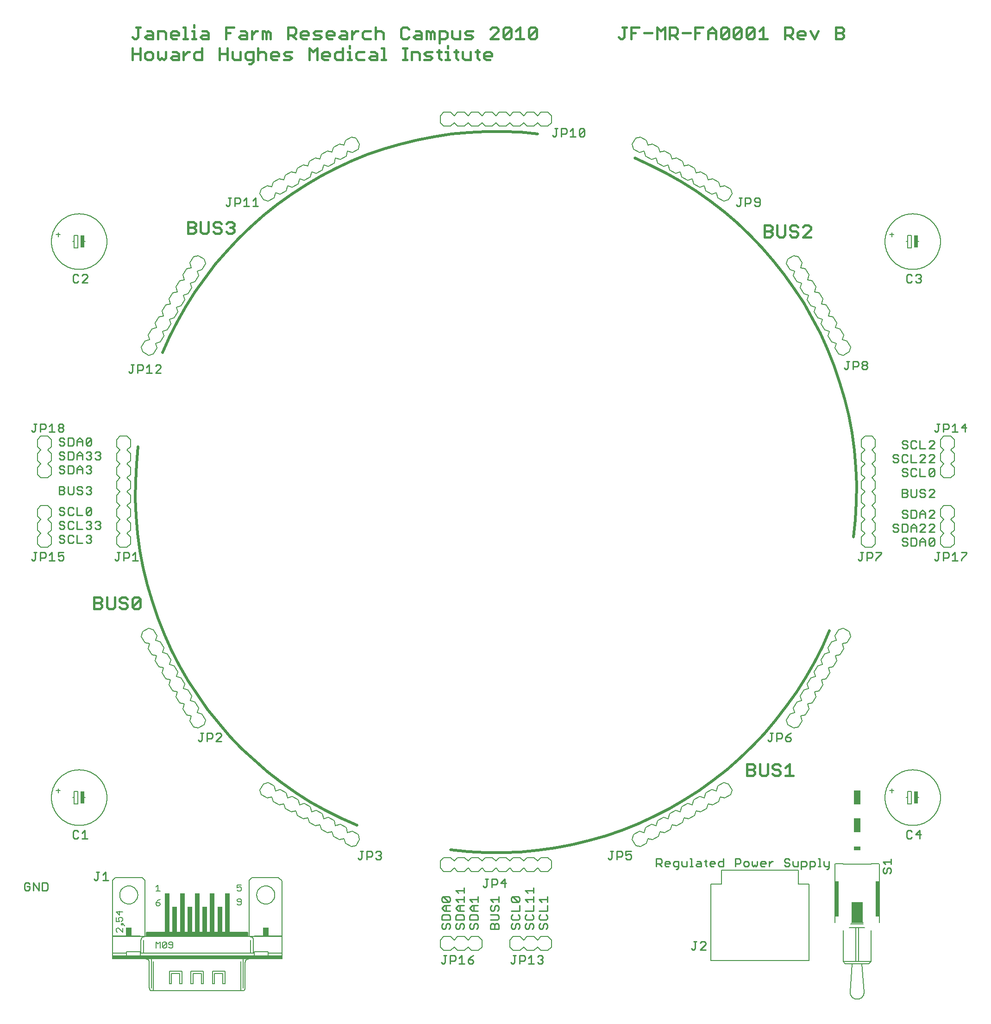
<source format=gto>
G75*
G70*
%OFA0B0*%
%FSLAX24Y24*%
%IPPOS*%
%LPD*%
%AMOC8*
5,1,8,0,0,1.08239X$1,22.5*
%
%ADD10C,0.0100*%
%ADD11C,0.0110*%
%ADD12C,0.0150*%
%ADD13C,0.0200*%
%ADD14C,0.0080*%
%ADD15C,0.0060*%
%ADD16R,0.0100X0.0950*%
%ADD17R,0.0400X0.0650*%
%ADD18C,0.0050*%
%ADD19R,0.7300X0.0300*%
%ADD20R,1.2200X0.0200*%
%ADD21R,0.0320X0.2850*%
%ADD22R,0.0320X0.1850*%
%ADD23R,0.0500X0.0300*%
%ADD24R,0.0500X0.1000*%
%ADD25R,0.0250X0.2550*%
%ADD26R,0.0800X0.1500*%
%ADD27R,0.0250X0.0900*%
D10*
X046705Y009686D02*
X046705Y010247D01*
X046985Y010247D01*
X047078Y010153D01*
X047078Y009966D01*
X046985Y009873D01*
X046705Y009873D01*
X046891Y009873D02*
X047078Y009686D01*
X047312Y009780D02*
X047312Y009966D01*
X047406Y010060D01*
X047593Y010060D01*
X047686Y009966D01*
X047686Y009873D01*
X047312Y009873D01*
X047312Y009780D02*
X047406Y009686D01*
X047593Y009686D01*
X047920Y009780D02*
X048013Y009686D01*
X048294Y009686D01*
X048294Y009593D02*
X048294Y010060D01*
X048013Y010060D01*
X047920Y009966D01*
X047920Y009780D01*
X048107Y009499D02*
X048200Y009499D01*
X048294Y009593D01*
X048528Y009780D02*
X048528Y010060D01*
X048528Y009780D02*
X048621Y009686D01*
X048901Y009686D01*
X048901Y010060D01*
X049136Y010247D02*
X049229Y010247D01*
X049229Y009686D01*
X049136Y009686D02*
X049322Y009686D01*
X049541Y009780D02*
X049634Y009873D01*
X049914Y009873D01*
X049914Y009966D02*
X049914Y009686D01*
X049634Y009686D01*
X049541Y009780D01*
X049634Y010060D02*
X049821Y010060D01*
X049914Y009966D01*
X050148Y010060D02*
X050335Y010060D01*
X050242Y010153D02*
X050242Y009780D01*
X050335Y009686D01*
X050553Y009780D02*
X050553Y009966D01*
X050647Y010060D01*
X050834Y010060D01*
X050927Y009966D01*
X050927Y009873D01*
X050553Y009873D01*
X050553Y009780D02*
X050647Y009686D01*
X050834Y009686D01*
X051161Y009780D02*
X051161Y009966D01*
X051255Y010060D01*
X051535Y010060D01*
X051535Y010247D02*
X051535Y009686D01*
X051255Y009686D01*
X051161Y009780D01*
X052377Y009873D02*
X052657Y009873D01*
X052750Y009966D01*
X052750Y010153D01*
X052657Y010247D01*
X052377Y010247D01*
X052377Y009686D01*
X052984Y009780D02*
X053078Y009686D01*
X053265Y009686D01*
X053358Y009780D01*
X053358Y009966D01*
X053265Y010060D01*
X053078Y010060D01*
X052984Y009966D01*
X052984Y009780D01*
X053592Y009780D02*
X053592Y010060D01*
X053592Y009780D02*
X053685Y009686D01*
X053779Y009780D01*
X053872Y009686D01*
X053966Y009780D01*
X053966Y010060D01*
X054200Y009966D02*
X054293Y010060D01*
X054480Y010060D01*
X054573Y009966D01*
X054573Y009873D01*
X054200Y009873D01*
X054200Y009780D02*
X054200Y009966D01*
X054200Y009780D02*
X054293Y009686D01*
X054480Y009686D01*
X054807Y009686D02*
X054807Y010060D01*
X054807Y009873D02*
X054994Y010060D01*
X055088Y010060D01*
X055922Y010060D02*
X056015Y009966D01*
X056202Y009966D01*
X056295Y009873D01*
X056295Y009780D01*
X056202Y009686D01*
X056015Y009686D01*
X055922Y009780D01*
X055922Y010060D02*
X055922Y010153D01*
X056015Y010247D01*
X056202Y010247D01*
X056295Y010153D01*
X056529Y010060D02*
X056529Y009780D01*
X056623Y009686D01*
X056903Y009686D01*
X056903Y010060D01*
X057137Y010060D02*
X057137Y009499D01*
X057137Y009686D02*
X057417Y009686D01*
X057511Y009780D01*
X057511Y009966D01*
X057417Y010060D01*
X057137Y010060D01*
X057745Y010060D02*
X057745Y009499D01*
X057745Y009686D02*
X058025Y009686D01*
X058118Y009780D01*
X058118Y009966D01*
X058025Y010060D01*
X057745Y010060D01*
X058352Y010247D02*
X058446Y010247D01*
X058446Y009686D01*
X058539Y009686D02*
X058352Y009686D01*
X058758Y009780D02*
X058758Y010060D01*
X058758Y009780D02*
X058851Y009686D01*
X059131Y009686D01*
X059131Y009593D02*
X059038Y009499D01*
X058944Y009499D01*
X059131Y009593D02*
X059131Y010060D01*
D11*
X063009Y010033D02*
X063600Y010033D01*
X063600Y010229D02*
X063600Y009836D01*
X063501Y009585D02*
X063600Y009486D01*
X063600Y009290D01*
X063501Y009191D01*
X063304Y009290D02*
X063304Y009486D01*
X063403Y009585D01*
X063501Y009585D01*
X063304Y009290D02*
X063206Y009191D01*
X063108Y009191D01*
X063009Y009290D01*
X063009Y009486D01*
X063108Y009585D01*
X063206Y009836D02*
X063009Y010033D01*
X064710Y011790D02*
X064808Y011691D01*
X065005Y011691D01*
X065103Y011790D01*
X065354Y011986D02*
X065748Y011986D01*
X065649Y011691D02*
X065649Y012282D01*
X065354Y011986D01*
X065103Y012183D02*
X065005Y012282D01*
X064808Y012282D01*
X064710Y012183D01*
X064710Y011790D01*
X056392Y018790D02*
X056392Y018888D01*
X056294Y018986D01*
X055999Y018986D01*
X055999Y018790D01*
X056097Y018691D01*
X056294Y018691D01*
X056392Y018790D01*
X056196Y019183D02*
X055999Y018986D01*
X055748Y018986D02*
X055649Y018888D01*
X055354Y018888D01*
X055354Y018691D02*
X055354Y019282D01*
X055649Y019282D01*
X055748Y019183D01*
X055748Y018986D01*
X056196Y019183D02*
X056392Y019282D01*
X055103Y019282D02*
X054906Y019282D01*
X055005Y019282D02*
X055005Y018790D01*
X054906Y018691D01*
X054808Y018691D01*
X054710Y018790D01*
X044892Y010782D02*
X044499Y010782D01*
X044499Y010486D01*
X044696Y010585D01*
X044794Y010585D01*
X044892Y010486D01*
X044892Y010290D01*
X044794Y010191D01*
X044597Y010191D01*
X044499Y010290D01*
X044248Y010486D02*
X044149Y010388D01*
X043854Y010388D01*
X043854Y010191D02*
X043854Y010782D01*
X044149Y010782D01*
X044248Y010683D01*
X044248Y010486D01*
X043603Y010782D02*
X043406Y010782D01*
X043505Y010782D02*
X043505Y010290D01*
X043406Y010191D01*
X043308Y010191D01*
X043210Y010290D01*
X038850Y007518D02*
X038850Y007125D01*
X038850Y007322D02*
X038259Y007322D01*
X038456Y007125D01*
X038850Y006874D02*
X038850Y006480D01*
X038259Y006480D01*
X038358Y006229D02*
X038259Y006131D01*
X038259Y005934D01*
X038358Y005836D01*
X038751Y005836D01*
X038850Y005934D01*
X038850Y006131D01*
X038751Y006229D01*
X038751Y005585D02*
X038653Y005585D01*
X038554Y005486D01*
X038554Y005290D01*
X038456Y005191D01*
X038358Y005191D01*
X038259Y005290D01*
X038259Y005486D01*
X038358Y005585D01*
X038751Y005585D02*
X038850Y005486D01*
X038850Y005290D01*
X038751Y005191D01*
X037850Y005290D02*
X037751Y005191D01*
X037850Y005290D02*
X037850Y005486D01*
X037751Y005585D01*
X037653Y005585D01*
X037554Y005486D01*
X037554Y005290D01*
X037456Y005191D01*
X037358Y005191D01*
X037259Y005290D01*
X037259Y005486D01*
X037358Y005585D01*
X037358Y005836D02*
X037259Y005934D01*
X037259Y006131D01*
X037358Y006229D01*
X037259Y006480D02*
X037850Y006480D01*
X037850Y006874D01*
X037850Y007125D02*
X037850Y007518D01*
X037850Y007322D02*
X037259Y007322D01*
X037456Y007125D01*
X036850Y007223D02*
X036751Y007125D01*
X036358Y007518D01*
X036751Y007518D01*
X036850Y007420D01*
X036850Y007223D01*
X036751Y007125D02*
X036358Y007125D01*
X036259Y007223D01*
X036259Y007420D01*
X036358Y007518D01*
X036850Y006874D02*
X036850Y006480D01*
X036259Y006480D01*
X036358Y006229D02*
X036259Y006131D01*
X036259Y005934D01*
X036358Y005836D01*
X036751Y005836D01*
X036850Y005934D01*
X036850Y006131D01*
X036751Y006229D01*
X036751Y005585D02*
X036850Y005486D01*
X036850Y005290D01*
X036751Y005191D01*
X036554Y005290D02*
X036554Y005486D01*
X036653Y005585D01*
X036751Y005585D01*
X036554Y005290D02*
X036456Y005191D01*
X036358Y005191D01*
X036259Y005290D01*
X036259Y005486D01*
X036358Y005585D01*
X035350Y005486D02*
X035350Y005191D01*
X034759Y005191D01*
X034759Y005486D01*
X034858Y005585D01*
X034956Y005585D01*
X035054Y005486D01*
X035054Y005191D01*
X035054Y005486D02*
X035153Y005585D01*
X035251Y005585D01*
X035350Y005486D01*
X035251Y005836D02*
X034759Y005836D01*
X034759Y006229D02*
X035251Y006229D01*
X035350Y006131D01*
X035350Y005934D01*
X035251Y005836D01*
X035251Y006480D02*
X035350Y006579D01*
X035350Y006776D01*
X035251Y006874D01*
X035153Y006874D01*
X035054Y006776D01*
X035054Y006579D01*
X034956Y006480D01*
X034858Y006480D01*
X034759Y006579D01*
X034759Y006776D01*
X034858Y006874D01*
X034956Y007125D02*
X034759Y007322D01*
X035350Y007322D01*
X035350Y007518D02*
X035350Y007125D01*
X035794Y008191D02*
X035794Y008782D01*
X035499Y008486D01*
X035892Y008486D01*
X035248Y008486D02*
X035248Y008683D01*
X035149Y008782D01*
X034854Y008782D01*
X034854Y008191D01*
X034854Y008388D02*
X035149Y008388D01*
X035248Y008486D01*
X034603Y008782D02*
X034406Y008782D01*
X034505Y008782D02*
X034505Y008290D01*
X034406Y008191D01*
X034308Y008191D01*
X034210Y008290D01*
X033850Y007518D02*
X033850Y007125D01*
X033850Y007322D02*
X033259Y007322D01*
X033456Y007125D01*
X033456Y006874D02*
X033850Y006874D01*
X033554Y006874D02*
X033554Y006480D01*
X033456Y006480D02*
X033259Y006677D01*
X033456Y006874D01*
X033456Y006480D02*
X033850Y006480D01*
X033751Y006229D02*
X033358Y006229D01*
X033259Y006131D01*
X033259Y005836D01*
X033850Y005836D01*
X033850Y006131D01*
X033751Y006229D01*
X033751Y005585D02*
X033653Y005585D01*
X033554Y005486D01*
X033554Y005290D01*
X033456Y005191D01*
X033358Y005191D01*
X033259Y005290D01*
X033259Y005486D01*
X033358Y005585D01*
X033751Y005585D02*
X033850Y005486D01*
X033850Y005290D01*
X033751Y005191D01*
X032850Y005290D02*
X032751Y005191D01*
X032850Y005290D02*
X032850Y005486D01*
X032751Y005585D01*
X032653Y005585D01*
X032554Y005486D01*
X032554Y005290D01*
X032456Y005191D01*
X032358Y005191D01*
X032259Y005290D01*
X032259Y005486D01*
X032358Y005585D01*
X032259Y005836D02*
X032259Y006131D01*
X032358Y006229D01*
X032751Y006229D01*
X032850Y006131D01*
X032850Y005836D01*
X032259Y005836D01*
X031850Y005836D02*
X031850Y006131D01*
X031751Y006229D01*
X031358Y006229D01*
X031259Y006131D01*
X031259Y005836D01*
X031850Y005836D01*
X031751Y005585D02*
X031850Y005486D01*
X031850Y005290D01*
X031751Y005191D01*
X031554Y005290D02*
X031554Y005486D01*
X031653Y005585D01*
X031751Y005585D01*
X031554Y005290D02*
X031456Y005191D01*
X031358Y005191D01*
X031259Y005290D01*
X031259Y005486D01*
X031358Y005585D01*
X031456Y006480D02*
X031259Y006677D01*
X031456Y006874D01*
X031850Y006874D01*
X031751Y007125D02*
X031358Y007518D01*
X031751Y007518D01*
X031850Y007420D01*
X031850Y007223D01*
X031751Y007125D01*
X031358Y007125D01*
X031259Y007223D01*
X031259Y007420D01*
X031358Y007518D01*
X031554Y006874D02*
X031554Y006480D01*
X031456Y006480D02*
X031850Y006480D01*
X032259Y006677D02*
X032456Y006874D01*
X032850Y006874D01*
X032850Y007125D02*
X032850Y007518D01*
X032850Y007322D02*
X032259Y007322D01*
X032456Y007125D01*
X032554Y006874D02*
X032554Y006480D01*
X032456Y006480D02*
X032259Y006677D01*
X032456Y006480D02*
X032850Y006480D01*
X032850Y007769D02*
X032850Y008163D01*
X032850Y007966D02*
X032259Y007966D01*
X032456Y007769D01*
X032696Y003282D02*
X032696Y002691D01*
X032892Y002691D02*
X032499Y002691D01*
X032248Y002986D02*
X032149Y002888D01*
X031854Y002888D01*
X031854Y002691D02*
X031854Y003282D01*
X032149Y003282D01*
X032248Y003183D01*
X032248Y002986D01*
X032499Y003085D02*
X032696Y003282D01*
X033143Y002986D02*
X033143Y002790D01*
X033242Y002691D01*
X033438Y002691D01*
X033537Y002790D01*
X033537Y002888D01*
X033438Y002986D01*
X033143Y002986D01*
X033340Y003183D01*
X033537Y003282D01*
X031603Y003282D02*
X031406Y003282D01*
X031505Y003282D02*
X031505Y002790D01*
X031406Y002691D01*
X031308Y002691D01*
X031210Y002790D01*
X036210Y002790D02*
X036308Y002691D01*
X036406Y002691D01*
X036505Y002790D01*
X036505Y003282D01*
X036603Y003282D02*
X036406Y003282D01*
X036854Y003282D02*
X036854Y002691D01*
X036854Y002888D02*
X037149Y002888D01*
X037248Y002986D01*
X037248Y003183D01*
X037149Y003282D01*
X036854Y003282D01*
X037499Y003085D02*
X037696Y003282D01*
X037696Y002691D01*
X037892Y002691D02*
X037499Y002691D01*
X038143Y002790D02*
X038242Y002691D01*
X038438Y002691D01*
X038537Y002790D01*
X038537Y002888D01*
X038438Y002986D01*
X038340Y002986D01*
X038438Y002986D02*
X038537Y003085D01*
X038537Y003183D01*
X038438Y003282D01*
X038242Y003282D01*
X038143Y003183D01*
X037751Y005836D02*
X037850Y005934D01*
X037850Y006131D01*
X037751Y006229D01*
X037751Y005836D02*
X037358Y005836D01*
X037456Y007769D02*
X037259Y007966D01*
X037850Y007966D01*
X037850Y007769D02*
X037850Y008163D01*
X026892Y010290D02*
X026794Y010191D01*
X026597Y010191D01*
X026499Y010290D01*
X026696Y010486D02*
X026794Y010486D01*
X026892Y010388D01*
X026892Y010290D01*
X026794Y010486D02*
X026892Y010585D01*
X026892Y010683D01*
X026794Y010782D01*
X026597Y010782D01*
X026499Y010683D01*
X026248Y010683D02*
X026248Y010486D01*
X026149Y010388D01*
X025854Y010388D01*
X025854Y010191D02*
X025854Y010782D01*
X026149Y010782D01*
X026248Y010683D01*
X025603Y010782D02*
X025406Y010782D01*
X025505Y010782D02*
X025505Y010290D01*
X025406Y010191D01*
X025308Y010191D01*
X025210Y010290D01*
X015392Y018691D02*
X014999Y018691D01*
X015392Y019085D01*
X015392Y019183D01*
X015294Y019282D01*
X015097Y019282D01*
X014999Y019183D01*
X014748Y019183D02*
X014748Y018986D01*
X014649Y018888D01*
X014354Y018888D01*
X014354Y018691D02*
X014354Y019282D01*
X014649Y019282D01*
X014748Y019183D01*
X014103Y019282D02*
X013906Y019282D01*
X014005Y019282D02*
X014005Y018790D01*
X013906Y018691D01*
X013808Y018691D01*
X013710Y018790D01*
X005748Y011691D02*
X005354Y011691D01*
X005551Y011691D02*
X005551Y012282D01*
X005354Y012085D01*
X005103Y012183D02*
X005005Y012282D01*
X004808Y012282D01*
X004710Y012183D01*
X004710Y011790D01*
X004808Y011691D01*
X005005Y011691D01*
X005103Y011790D01*
X006406Y009282D02*
X006603Y009282D01*
X006505Y009282D02*
X006505Y008790D01*
X006406Y008691D01*
X006308Y008691D01*
X006210Y008790D01*
X006854Y008691D02*
X007248Y008691D01*
X007051Y008691D02*
X007051Y009282D01*
X006854Y009085D01*
X002892Y008433D02*
X002794Y008532D01*
X002499Y008532D01*
X002499Y007941D01*
X002794Y007941D01*
X002892Y008040D01*
X002892Y008433D01*
X002248Y008532D02*
X002248Y007941D01*
X001854Y008532D01*
X001854Y007941D01*
X001603Y008040D02*
X001603Y008236D01*
X001406Y008236D01*
X001210Y008040D02*
X001308Y007941D01*
X001505Y007941D01*
X001603Y008040D01*
X001603Y008433D02*
X001505Y008532D01*
X001308Y008532D01*
X001210Y008433D01*
X001210Y008040D01*
X001808Y031691D02*
X001906Y031691D01*
X002005Y031790D01*
X002005Y032282D01*
X002103Y032282D02*
X001906Y032282D01*
X002354Y032282D02*
X002649Y032282D01*
X002748Y032183D01*
X002748Y031986D01*
X002649Y031888D01*
X002354Y031888D01*
X002354Y031691D02*
X002354Y032282D01*
X002999Y032085D02*
X003196Y032282D01*
X003196Y031691D01*
X003392Y031691D02*
X002999Y031691D01*
X003643Y031790D02*
X003742Y031691D01*
X003938Y031691D01*
X004037Y031790D01*
X004037Y031986D01*
X003938Y032085D01*
X003840Y032085D01*
X003643Y031986D01*
X003643Y032282D01*
X004037Y032282D01*
X004005Y032941D02*
X003808Y032941D01*
X003710Y033040D01*
X003808Y033236D02*
X004005Y033236D01*
X004103Y033138D01*
X004103Y033040D01*
X004005Y032941D01*
X003808Y033236D02*
X003710Y033335D01*
X003710Y033433D01*
X003808Y033532D01*
X004005Y033532D01*
X004103Y033433D01*
X004354Y033433D02*
X004354Y033040D01*
X004453Y032941D01*
X004649Y032941D01*
X004748Y033040D01*
X004999Y032941D02*
X005392Y032941D01*
X005643Y033040D02*
X005742Y032941D01*
X005938Y032941D01*
X006037Y033040D01*
X006037Y033138D01*
X005938Y033236D01*
X005840Y033236D01*
X005938Y033236D02*
X006037Y033335D01*
X006037Y033433D01*
X005938Y033532D01*
X005742Y033532D01*
X005643Y033433D01*
X005742Y033941D02*
X005643Y034040D01*
X005742Y033941D02*
X005938Y033941D01*
X006037Y034040D01*
X006037Y034138D01*
X005938Y034236D01*
X005840Y034236D01*
X005938Y034236D02*
X006037Y034335D01*
X006037Y034433D01*
X005938Y034532D01*
X005742Y034532D01*
X005643Y034433D01*
X005742Y034941D02*
X005643Y035040D01*
X006037Y035433D01*
X006037Y035040D01*
X005938Y034941D01*
X005742Y034941D01*
X005643Y035040D02*
X005643Y035433D01*
X005742Y035532D01*
X005938Y035532D01*
X006037Y035433D01*
X005392Y034941D02*
X004999Y034941D01*
X004999Y035532D01*
X004748Y035433D02*
X004649Y035532D01*
X004453Y035532D01*
X004354Y035433D01*
X004354Y035040D01*
X004453Y034941D01*
X004649Y034941D01*
X004748Y035040D01*
X004649Y034532D02*
X004453Y034532D01*
X004354Y034433D01*
X004354Y034040D01*
X004453Y033941D01*
X004649Y033941D01*
X004748Y034040D01*
X004999Y033941D02*
X004999Y034532D01*
X004748Y034433D02*
X004649Y034532D01*
X004103Y034433D02*
X004005Y034532D01*
X003808Y034532D01*
X003710Y034433D01*
X003710Y034335D01*
X003808Y034236D01*
X004005Y034236D01*
X004103Y034138D01*
X004103Y034040D01*
X004005Y033941D01*
X003808Y033941D01*
X003710Y034040D01*
X004354Y033433D02*
X004453Y033532D01*
X004649Y033532D01*
X004748Y033433D01*
X004999Y033532D02*
X004999Y032941D01*
X004999Y033941D02*
X005392Y033941D01*
X006288Y034040D02*
X006386Y033941D01*
X006583Y033941D01*
X006681Y034040D01*
X006681Y034138D01*
X006583Y034236D01*
X006485Y034236D01*
X006583Y034236D02*
X006681Y034335D01*
X006681Y034433D01*
X006583Y034532D01*
X006386Y034532D01*
X006288Y034433D01*
X005938Y036441D02*
X005742Y036441D01*
X005643Y036540D01*
X005392Y036540D02*
X005392Y036638D01*
X005294Y036736D01*
X005097Y036736D01*
X004999Y036835D01*
X004999Y036933D01*
X005097Y037032D01*
X005294Y037032D01*
X005392Y036933D01*
X005643Y036933D02*
X005742Y037032D01*
X005938Y037032D01*
X006037Y036933D01*
X006037Y036835D01*
X005938Y036736D01*
X006037Y036638D01*
X006037Y036540D01*
X005938Y036441D01*
X005938Y036736D02*
X005840Y036736D01*
X005392Y036540D02*
X005294Y036441D01*
X005097Y036441D01*
X004999Y036540D01*
X004748Y036540D02*
X004748Y037032D01*
X004354Y037032D02*
X004354Y036540D01*
X004453Y036441D01*
X004649Y036441D01*
X004748Y036540D01*
X004103Y036540D02*
X004103Y036638D01*
X004005Y036736D01*
X003710Y036736D01*
X003710Y036441D02*
X003710Y037032D01*
X004005Y037032D01*
X004103Y036933D01*
X004103Y036835D01*
X004005Y036736D01*
X004103Y036540D02*
X004005Y036441D01*
X003710Y036441D01*
X003808Y035532D02*
X003710Y035433D01*
X003710Y035335D01*
X003808Y035236D01*
X004005Y035236D01*
X004103Y035138D01*
X004103Y035040D01*
X004005Y034941D01*
X003808Y034941D01*
X003710Y035040D01*
X003808Y035532D02*
X004005Y035532D01*
X004103Y035433D01*
X004005Y037941D02*
X003808Y037941D01*
X003710Y038040D01*
X003808Y038236D02*
X004005Y038236D01*
X004103Y038138D01*
X004103Y038040D01*
X004005Y037941D01*
X004354Y037941D02*
X004354Y038532D01*
X004649Y038532D01*
X004748Y038433D01*
X004748Y038040D01*
X004649Y037941D01*
X004354Y037941D01*
X004103Y038433D02*
X004005Y038532D01*
X003808Y038532D01*
X003710Y038433D01*
X003710Y038335D01*
X003808Y038236D01*
X003808Y038941D02*
X003710Y039040D01*
X003808Y038941D02*
X004005Y038941D01*
X004103Y039040D01*
X004103Y039138D01*
X004005Y039236D01*
X003808Y039236D01*
X003710Y039335D01*
X003710Y039433D01*
X003808Y039532D01*
X004005Y039532D01*
X004103Y039433D01*
X004354Y039532D02*
X004649Y039532D01*
X004748Y039433D01*
X004748Y039040D01*
X004649Y038941D01*
X004354Y038941D01*
X004354Y039532D01*
X004354Y039941D02*
X004649Y039941D01*
X004748Y040040D01*
X004748Y040433D01*
X004649Y040532D01*
X004354Y040532D01*
X004354Y039941D01*
X004103Y040040D02*
X004005Y039941D01*
X003808Y039941D01*
X003710Y040040D01*
X003808Y040236D02*
X004005Y040236D01*
X004103Y040138D01*
X004103Y040040D01*
X003808Y040236D02*
X003710Y040335D01*
X003710Y040433D01*
X003808Y040532D01*
X004005Y040532D01*
X004103Y040433D01*
X003938Y040941D02*
X003742Y040941D01*
X003643Y041040D01*
X003643Y041138D01*
X003742Y041236D01*
X003938Y041236D01*
X004037Y041138D01*
X004037Y041040D01*
X003938Y040941D01*
X003938Y041236D02*
X004037Y041335D01*
X004037Y041433D01*
X003938Y041532D01*
X003742Y041532D01*
X003643Y041433D01*
X003643Y041335D01*
X003742Y041236D01*
X003392Y040941D02*
X002999Y040941D01*
X003196Y040941D02*
X003196Y041532D01*
X002999Y041335D01*
X002748Y041433D02*
X002748Y041236D01*
X002649Y041138D01*
X002354Y041138D01*
X002354Y040941D02*
X002354Y041532D01*
X002649Y041532D01*
X002748Y041433D01*
X002103Y041532D02*
X001906Y041532D01*
X002005Y041532D02*
X002005Y041040D01*
X001906Y040941D01*
X001808Y040941D01*
X001710Y041040D01*
X004999Y040335D02*
X004999Y039941D01*
X004999Y040236D02*
X005392Y040236D01*
X005392Y040335D02*
X005392Y039941D01*
X005643Y040040D02*
X006037Y040433D01*
X006037Y040040D01*
X005938Y039941D01*
X005742Y039941D01*
X005643Y040040D01*
X005643Y040433D01*
X005742Y040532D01*
X005938Y040532D01*
X006037Y040433D01*
X005392Y040335D02*
X005196Y040532D01*
X004999Y040335D01*
X005196Y039532D02*
X005392Y039335D01*
X005392Y038941D01*
X005643Y039040D02*
X005742Y038941D01*
X005938Y038941D01*
X006037Y039040D01*
X006037Y039138D01*
X005938Y039236D01*
X005840Y039236D01*
X005938Y039236D02*
X006037Y039335D01*
X006037Y039433D01*
X005938Y039532D01*
X005742Y039532D01*
X005643Y039433D01*
X005392Y039236D02*
X004999Y039236D01*
X004999Y039335D02*
X005196Y039532D01*
X004999Y039335D02*
X004999Y038941D01*
X005196Y038532D02*
X005392Y038335D01*
X005392Y037941D01*
X005643Y038040D02*
X005742Y037941D01*
X005938Y037941D01*
X006037Y038040D01*
X006037Y038138D01*
X005938Y038236D01*
X005840Y038236D01*
X005938Y038236D02*
X006037Y038335D01*
X006037Y038433D01*
X005938Y038532D01*
X005742Y038532D01*
X005643Y038433D01*
X005392Y038236D02*
X004999Y038236D01*
X004999Y038335D02*
X005196Y038532D01*
X004999Y038335D02*
X004999Y037941D01*
X006288Y039040D02*
X006386Y038941D01*
X006583Y038941D01*
X006681Y039040D01*
X006681Y039138D01*
X006583Y039236D01*
X006485Y039236D01*
X006583Y039236D02*
X006681Y039335D01*
X006681Y039433D01*
X006583Y039532D01*
X006386Y039532D01*
X006288Y039433D01*
X008808Y045191D02*
X008906Y045191D01*
X009005Y045290D01*
X009005Y045782D01*
X009103Y045782D02*
X008906Y045782D01*
X009354Y045782D02*
X009354Y045191D01*
X009354Y045388D02*
X009649Y045388D01*
X009748Y045486D01*
X009748Y045683D01*
X009649Y045782D01*
X009354Y045782D01*
X009999Y045585D02*
X010196Y045782D01*
X010196Y045191D01*
X010392Y045191D02*
X009999Y045191D01*
X010643Y045191D02*
X011037Y045585D01*
X011037Y045683D01*
X010938Y045782D01*
X010742Y045782D01*
X010643Y045683D01*
X010643Y045191D02*
X011037Y045191D01*
X008808Y045191D02*
X008710Y045290D01*
X005748Y051691D02*
X005354Y051691D01*
X005748Y052085D01*
X005748Y052183D01*
X005649Y052282D01*
X005453Y052282D01*
X005354Y052183D01*
X005103Y052183D02*
X005005Y052282D01*
X004808Y052282D01*
X004710Y052183D01*
X004710Y051790D01*
X004808Y051691D01*
X005005Y051691D01*
X005103Y051790D01*
X015710Y057290D02*
X015808Y057191D01*
X015906Y057191D01*
X016005Y057290D01*
X016005Y057782D01*
X016103Y057782D02*
X015906Y057782D01*
X016354Y057782D02*
X016354Y057191D01*
X016354Y057388D02*
X016649Y057388D01*
X016748Y057486D01*
X016748Y057683D01*
X016649Y057782D01*
X016354Y057782D01*
X016999Y057585D02*
X017196Y057782D01*
X017196Y057191D01*
X017392Y057191D02*
X016999Y057191D01*
X017643Y057191D02*
X018037Y057191D01*
X017840Y057191D02*
X017840Y057782D01*
X017643Y057585D01*
X039210Y062290D02*
X039308Y062191D01*
X039406Y062191D01*
X039505Y062290D01*
X039505Y062782D01*
X039603Y062782D02*
X039406Y062782D01*
X039854Y062782D02*
X040149Y062782D01*
X040248Y062683D01*
X040248Y062486D01*
X040149Y062388D01*
X039854Y062388D01*
X039854Y062191D02*
X039854Y062782D01*
X040499Y062585D02*
X040696Y062782D01*
X040696Y062191D01*
X040892Y062191D02*
X040499Y062191D01*
X041143Y062290D02*
X041143Y062683D01*
X041242Y062782D01*
X041438Y062782D01*
X041537Y062683D01*
X041143Y062290D01*
X041242Y062191D01*
X041438Y062191D01*
X041537Y062290D01*
X041537Y062683D01*
X052656Y057782D02*
X052853Y057782D01*
X052755Y057782D02*
X052755Y057290D01*
X052656Y057191D01*
X052558Y057191D01*
X052460Y057290D01*
X053104Y057388D02*
X053399Y057388D01*
X053498Y057486D01*
X053498Y057683D01*
X053399Y057782D01*
X053104Y057782D01*
X053104Y057191D01*
X053749Y057290D02*
X053847Y057191D01*
X054044Y057191D01*
X054142Y057290D01*
X054142Y057683D01*
X054044Y057782D01*
X053847Y057782D01*
X053749Y057683D01*
X053749Y057585D01*
X053847Y057486D01*
X054142Y057486D01*
X064710Y052183D02*
X064710Y051790D01*
X064808Y051691D01*
X065005Y051691D01*
X065103Y051790D01*
X065354Y051790D02*
X065453Y051691D01*
X065649Y051691D01*
X065748Y051790D01*
X065748Y051888D01*
X065649Y051986D01*
X065551Y051986D01*
X065649Y051986D02*
X065748Y052085D01*
X065748Y052183D01*
X065649Y052282D01*
X065453Y052282D01*
X065354Y052183D01*
X065103Y052183D02*
X065005Y052282D01*
X064808Y052282D01*
X064710Y052183D01*
X061794Y046032D02*
X061892Y045933D01*
X061892Y045835D01*
X061794Y045736D01*
X061597Y045736D01*
X061499Y045835D01*
X061499Y045933D01*
X061597Y046032D01*
X061794Y046032D01*
X061794Y045736D02*
X061892Y045638D01*
X061892Y045540D01*
X061794Y045441D01*
X061597Y045441D01*
X061499Y045540D01*
X061499Y045638D01*
X061597Y045736D01*
X061248Y045736D02*
X061149Y045638D01*
X060854Y045638D01*
X060854Y045441D02*
X060854Y046032D01*
X061149Y046032D01*
X061248Y045933D01*
X061248Y045736D01*
X060603Y046032D02*
X060406Y046032D01*
X060505Y046032D02*
X060505Y045540D01*
X060406Y045441D01*
X060308Y045441D01*
X060210Y045540D01*
X064480Y040332D02*
X064381Y040233D01*
X064381Y040135D01*
X064480Y040036D01*
X064677Y040036D01*
X064775Y039938D01*
X064775Y039840D01*
X064677Y039741D01*
X064480Y039741D01*
X064381Y039840D01*
X064480Y040332D02*
X064677Y040332D01*
X064775Y040233D01*
X065026Y040233D02*
X065026Y039840D01*
X065124Y039741D01*
X065321Y039741D01*
X065420Y039840D01*
X065671Y039741D02*
X066064Y039741D01*
X066315Y039741D02*
X066709Y040135D01*
X066709Y040233D01*
X066610Y040332D01*
X066413Y040332D01*
X066315Y040233D01*
X066315Y039741D02*
X066709Y039741D01*
X066610Y039332D02*
X066413Y039332D01*
X066315Y039233D01*
X066064Y039233D02*
X065966Y039332D01*
X065769Y039332D01*
X065671Y039233D01*
X066064Y039233D02*
X066064Y039135D01*
X065671Y038741D01*
X066064Y038741D01*
X066315Y038741D02*
X066709Y039135D01*
X066709Y039233D01*
X066610Y039332D01*
X066709Y038741D02*
X066315Y038741D01*
X066413Y038332D02*
X066610Y038332D01*
X066709Y038233D01*
X066315Y037840D01*
X066413Y037741D01*
X066610Y037741D01*
X066709Y037840D01*
X066709Y038233D01*
X066413Y038332D02*
X066315Y038233D01*
X066315Y037840D01*
X066064Y037741D02*
X065671Y037741D01*
X065671Y038332D01*
X065420Y038233D02*
X065321Y038332D01*
X065124Y038332D01*
X065026Y038233D01*
X065026Y037840D01*
X065124Y037741D01*
X065321Y037741D01*
X065420Y037840D01*
X064775Y037840D02*
X064677Y037741D01*
X064480Y037741D01*
X064381Y037840D01*
X064480Y038036D02*
X064677Y038036D01*
X064775Y037938D01*
X064775Y037840D01*
X064480Y038036D02*
X064381Y038135D01*
X064381Y038233D01*
X064480Y038332D01*
X064677Y038332D01*
X064775Y038233D01*
X064677Y038741D02*
X064775Y038840D01*
X064677Y038741D02*
X064480Y038741D01*
X064381Y038840D01*
X064381Y039233D01*
X064480Y039332D01*
X064677Y039332D01*
X064775Y039233D01*
X065026Y039332D02*
X065026Y038741D01*
X065420Y038741D01*
X065671Y039741D02*
X065671Y040332D01*
X065420Y040233D02*
X065321Y040332D01*
X065124Y040332D01*
X065026Y040233D01*
X064032Y039332D02*
X063835Y039332D01*
X063737Y039233D01*
X063737Y039135D01*
X063835Y039036D01*
X064032Y039036D01*
X064131Y038938D01*
X064131Y038840D01*
X064032Y038741D01*
X063835Y038741D01*
X063737Y038840D01*
X064131Y039233D02*
X064032Y039332D01*
X064381Y036832D02*
X064677Y036832D01*
X064775Y036733D01*
X064775Y036635D01*
X064677Y036536D01*
X064381Y036536D01*
X064381Y036241D02*
X064677Y036241D01*
X064775Y036340D01*
X064775Y036438D01*
X064677Y036536D01*
X065026Y036340D02*
X065026Y036832D01*
X065420Y036832D02*
X065420Y036340D01*
X065321Y036241D01*
X065124Y036241D01*
X065026Y036340D01*
X065671Y036340D02*
X065769Y036241D01*
X065966Y036241D01*
X066064Y036340D01*
X066064Y036438D01*
X065966Y036536D01*
X065769Y036536D01*
X065671Y036635D01*
X065671Y036733D01*
X065769Y036832D01*
X065966Y036832D01*
X066064Y036733D01*
X066315Y036733D02*
X066413Y036832D01*
X066610Y036832D01*
X066709Y036733D01*
X066709Y036635D01*
X066315Y036241D01*
X066709Y036241D01*
X066610Y035332D02*
X066413Y035332D01*
X066315Y035233D01*
X066064Y035135D02*
X066064Y034741D01*
X066315Y034741D02*
X066709Y035135D01*
X066709Y035233D01*
X066610Y035332D01*
X066064Y035135D02*
X065867Y035332D01*
X065671Y035135D01*
X065671Y034741D01*
X065420Y034840D02*
X065420Y035233D01*
X065321Y035332D01*
X065026Y035332D01*
X065026Y034741D01*
X065321Y034741D01*
X065420Y034840D01*
X065671Y035036D02*
X066064Y035036D01*
X066315Y034741D02*
X066709Y034741D01*
X066610Y034332D02*
X066413Y034332D01*
X066315Y034233D01*
X066064Y034233D02*
X065966Y034332D01*
X065769Y034332D01*
X065671Y034233D01*
X065420Y034135D02*
X065420Y033741D01*
X065671Y033741D02*
X066064Y034135D01*
X066064Y034233D01*
X066064Y033741D02*
X065671Y033741D01*
X065420Y034036D02*
X065026Y034036D01*
X065026Y034135D02*
X065223Y034332D01*
X065420Y034135D01*
X065026Y034135D02*
X065026Y033741D01*
X064775Y033840D02*
X064775Y034233D01*
X064677Y034332D01*
X064381Y034332D01*
X064381Y033741D01*
X064677Y033741D01*
X064775Y033840D01*
X064677Y033332D02*
X064480Y033332D01*
X064381Y033233D01*
X064381Y033135D01*
X064480Y033036D01*
X064677Y033036D01*
X064775Y032938D01*
X064775Y032840D01*
X064677Y032741D01*
X064480Y032741D01*
X064381Y032840D01*
X064775Y033233D02*
X064677Y033332D01*
X065026Y033332D02*
X065026Y032741D01*
X065321Y032741D01*
X065420Y032840D01*
X065420Y033233D01*
X065321Y033332D01*
X065026Y033332D01*
X065671Y033135D02*
X065671Y032741D01*
X065671Y033036D02*
X066064Y033036D01*
X066064Y033135D02*
X066064Y032741D01*
X066315Y032840D02*
X066709Y033233D01*
X066709Y032840D01*
X066610Y032741D01*
X066413Y032741D01*
X066315Y032840D01*
X066315Y033233D01*
X066413Y033332D01*
X066610Y033332D01*
X066709Y033233D01*
X066709Y033741D02*
X066315Y033741D01*
X066709Y034135D01*
X066709Y034233D01*
X066610Y034332D01*
X065867Y033332D02*
X066064Y033135D01*
X065867Y033332D02*
X065671Y033135D01*
X066906Y032282D02*
X067103Y032282D01*
X067005Y032282D02*
X067005Y031790D01*
X066906Y031691D01*
X066808Y031691D01*
X066710Y031790D01*
X067354Y031888D02*
X067649Y031888D01*
X067748Y031986D01*
X067748Y032183D01*
X067649Y032282D01*
X067354Y032282D01*
X067354Y031691D01*
X067999Y031691D02*
X068392Y031691D01*
X068196Y031691D02*
X068196Y032282D01*
X067999Y032085D01*
X068643Y032282D02*
X069037Y032282D01*
X069037Y032183D01*
X068643Y031790D01*
X068643Y031691D01*
X064775Y034840D02*
X064677Y034741D01*
X064480Y034741D01*
X064381Y034840D01*
X064480Y035036D02*
X064677Y035036D01*
X064775Y034938D01*
X064775Y034840D01*
X064480Y035036D02*
X064381Y035135D01*
X064381Y035233D01*
X064480Y035332D01*
X064677Y035332D01*
X064775Y035233D01*
X064381Y036241D02*
X064381Y036832D01*
X064032Y034332D02*
X063835Y034332D01*
X063737Y034233D01*
X063737Y034135D01*
X063835Y034036D01*
X064032Y034036D01*
X064131Y033938D01*
X064131Y033840D01*
X064032Y033741D01*
X063835Y033741D01*
X063737Y033840D01*
X064131Y034233D02*
X064032Y034332D01*
X062892Y032282D02*
X062499Y032282D01*
X062248Y032183D02*
X062248Y031986D01*
X062149Y031888D01*
X061854Y031888D01*
X061854Y031691D02*
X061854Y032282D01*
X062149Y032282D01*
X062248Y032183D01*
X062499Y031790D02*
X062499Y031691D01*
X062499Y031790D02*
X062892Y032183D01*
X062892Y032282D01*
X061603Y032282D02*
X061406Y032282D01*
X061505Y032282D02*
X061505Y031790D01*
X061406Y031691D01*
X061308Y031691D01*
X061210Y031790D01*
X066808Y040941D02*
X066710Y041040D01*
X066808Y040941D02*
X066906Y040941D01*
X067005Y041040D01*
X067005Y041532D01*
X067103Y041532D02*
X066906Y041532D01*
X067354Y041532D02*
X067649Y041532D01*
X067748Y041433D01*
X067748Y041236D01*
X067649Y041138D01*
X067354Y041138D01*
X067354Y040941D02*
X067354Y041532D01*
X067999Y041335D02*
X068196Y041532D01*
X068196Y040941D01*
X068392Y040941D02*
X067999Y040941D01*
X068643Y041236D02*
X069037Y041236D01*
X068938Y040941D02*
X068938Y041532D01*
X068643Y041236D01*
X050149Y004282D02*
X049953Y004282D01*
X049854Y004183D01*
X049603Y004282D02*
X049406Y004282D01*
X049505Y004282D02*
X049505Y003790D01*
X049406Y003691D01*
X049308Y003691D01*
X049210Y003790D01*
X049854Y003691D02*
X050248Y004085D01*
X050248Y004183D01*
X050149Y004282D01*
X050248Y003691D02*
X049854Y003691D01*
X009392Y031691D02*
X008999Y031691D01*
X009196Y031691D02*
X009196Y032282D01*
X008999Y032085D01*
X008748Y032183D02*
X008748Y031986D01*
X008649Y031888D01*
X008354Y031888D01*
X008354Y031691D02*
X008354Y032282D01*
X008649Y032282D01*
X008748Y032183D01*
X008103Y032282D02*
X007906Y032282D01*
X008005Y032282D02*
X008005Y031790D01*
X007906Y031691D01*
X007808Y031691D01*
X007710Y031790D01*
X001808Y031691D02*
X001710Y031790D01*
D12*
X006230Y029062D02*
X006230Y028211D01*
X006655Y028211D01*
X006797Y028353D01*
X006797Y028495D01*
X006655Y028637D01*
X006230Y028637D01*
X006230Y029062D02*
X006655Y029062D01*
X006797Y028920D01*
X006797Y028778D01*
X006655Y028637D01*
X007150Y028353D02*
X007150Y029062D01*
X007718Y029062D02*
X007718Y028353D01*
X007576Y028211D01*
X007292Y028211D01*
X007150Y028353D01*
X008071Y028353D02*
X008213Y028211D01*
X008496Y028211D01*
X008638Y028353D01*
X008638Y028495D01*
X008496Y028637D01*
X008213Y028637D01*
X008071Y028778D01*
X008071Y028920D01*
X008213Y029062D01*
X008496Y029062D01*
X008638Y028920D01*
X008992Y028920D02*
X009134Y029062D01*
X009417Y029062D01*
X009559Y028920D01*
X008992Y028353D01*
X009134Y028211D01*
X009417Y028211D01*
X009559Y028353D01*
X009559Y028920D01*
X008992Y028920D02*
X008992Y028353D01*
X012980Y055211D02*
X013405Y055211D01*
X013547Y055353D01*
X013547Y055495D01*
X013405Y055637D01*
X012980Y055637D01*
X012980Y056062D02*
X012980Y055211D01*
X013405Y055637D02*
X013547Y055778D01*
X013547Y055920D01*
X013405Y056062D01*
X012980Y056062D01*
X013900Y056062D02*
X013900Y055353D01*
X014042Y055211D01*
X014326Y055211D01*
X014468Y055353D01*
X014468Y056062D01*
X014821Y055920D02*
X014821Y055778D01*
X014963Y055637D01*
X015246Y055637D01*
X015388Y055495D01*
X015388Y055353D01*
X015246Y055211D01*
X014963Y055211D01*
X014821Y055353D01*
X014821Y055920D02*
X014963Y056062D01*
X015246Y056062D01*
X015388Y055920D01*
X015742Y055920D02*
X015884Y056062D01*
X016167Y056062D01*
X016309Y055920D01*
X016309Y055778D01*
X016167Y055637D01*
X016309Y055495D01*
X016309Y055353D01*
X016167Y055211D01*
X015884Y055211D01*
X015742Y055353D01*
X016025Y055637D02*
X016167Y055637D01*
X017396Y067428D02*
X017538Y067428D01*
X017680Y067569D01*
X017680Y068278D01*
X017255Y068278D01*
X017113Y068137D01*
X017113Y067853D01*
X017255Y067711D01*
X017680Y067711D01*
X018034Y067711D02*
X018034Y068562D01*
X018175Y068278D02*
X018459Y068278D01*
X018601Y068137D01*
X018601Y067711D01*
X018954Y067853D02*
X018954Y068137D01*
X019096Y068278D01*
X019380Y068278D01*
X019522Y068137D01*
X019522Y067995D01*
X018954Y067995D01*
X018954Y067853D02*
X019096Y067711D01*
X019380Y067711D01*
X019875Y067711D02*
X020301Y067711D01*
X020442Y067853D01*
X020301Y067995D01*
X020017Y067995D01*
X019875Y068137D01*
X020017Y068278D01*
X020442Y068278D01*
X020182Y069211D02*
X020182Y070062D01*
X020607Y070062D01*
X020749Y069920D01*
X020749Y069637D01*
X020607Y069495D01*
X020182Y069495D01*
X020466Y069495D02*
X020749Y069211D01*
X021103Y069353D02*
X021103Y069637D01*
X021245Y069778D01*
X021528Y069778D01*
X021670Y069637D01*
X021670Y069495D01*
X021103Y069495D01*
X021103Y069353D02*
X021245Y069211D01*
X021528Y069211D01*
X022024Y069211D02*
X022449Y069211D01*
X022591Y069353D01*
X022449Y069495D01*
X022165Y069495D01*
X022024Y069637D01*
X022165Y069778D01*
X022591Y069778D01*
X022944Y069637D02*
X023086Y069778D01*
X023370Y069778D01*
X023511Y069637D01*
X023511Y069495D01*
X022944Y069495D01*
X022944Y069353D02*
X022944Y069637D01*
X022944Y069353D02*
X023086Y069211D01*
X023370Y069211D01*
X023865Y069353D02*
X024007Y069495D01*
X024432Y069495D01*
X024432Y069637D02*
X024432Y069211D01*
X024007Y069211D01*
X023865Y069353D01*
X024007Y069778D02*
X024290Y069778D01*
X024432Y069637D01*
X024786Y069778D02*
X024786Y069211D01*
X024786Y069495D02*
X025069Y069778D01*
X025211Y069778D01*
X025553Y069637D02*
X025553Y069353D01*
X025695Y069211D01*
X026120Y069211D01*
X026474Y069211D02*
X026474Y070062D01*
X026616Y069778D02*
X026899Y069778D01*
X027041Y069637D01*
X027041Y069211D01*
X027076Y068562D02*
X027076Y067711D01*
X026934Y067711D02*
X027218Y067711D01*
X026581Y067711D02*
X026155Y067711D01*
X026013Y067853D01*
X026155Y067995D01*
X026581Y067995D01*
X026581Y068137D02*
X026581Y067711D01*
X026581Y068137D02*
X026439Y068278D01*
X026155Y068278D01*
X025660Y068278D02*
X025234Y068278D01*
X025093Y068137D01*
X025093Y067853D01*
X025234Y067711D01*
X025660Y067711D01*
X024762Y067711D02*
X024479Y067711D01*
X024621Y067711D02*
X024621Y068278D01*
X024479Y068278D01*
X024621Y068562D02*
X024621Y068704D01*
X024125Y068562D02*
X024125Y067711D01*
X023700Y067711D01*
X023558Y067853D01*
X023558Y068137D01*
X023700Y068278D01*
X024125Y068278D01*
X023205Y068137D02*
X023205Y067995D01*
X022637Y067995D01*
X022637Y068137D02*
X022779Y068278D01*
X023063Y068278D01*
X023205Y068137D01*
X023063Y067711D02*
X022779Y067711D01*
X022637Y067853D01*
X022637Y068137D01*
X022284Y068562D02*
X022284Y067711D01*
X021717Y067711D02*
X021717Y068562D01*
X022000Y068278D01*
X022284Y068562D01*
X018908Y069211D02*
X018908Y069637D01*
X018766Y069778D01*
X018624Y069637D01*
X018624Y069211D01*
X018341Y069211D02*
X018341Y069778D01*
X018482Y069778D01*
X018624Y069637D01*
X017999Y069778D02*
X017857Y069778D01*
X017573Y069495D01*
X017573Y069778D02*
X017573Y069211D01*
X017220Y069211D02*
X016794Y069211D01*
X016653Y069353D01*
X016794Y069495D01*
X017220Y069495D01*
X017220Y069637D02*
X017220Y069211D01*
X017220Y069637D02*
X017078Y069778D01*
X016794Y069778D01*
X016299Y070062D02*
X015732Y070062D01*
X015732Y069211D01*
X015732Y069637D02*
X016015Y069637D01*
X015839Y068562D02*
X015839Y067711D01*
X016192Y067853D02*
X016192Y068278D01*
X015839Y068137D02*
X015271Y068137D01*
X015271Y068562D02*
X015271Y067711D01*
X016192Y067853D02*
X016334Y067711D01*
X016759Y067711D01*
X016759Y068278D01*
X018034Y068137D02*
X018175Y068278D01*
X014457Y069211D02*
X014032Y069211D01*
X013890Y069353D01*
X014032Y069495D01*
X014457Y069495D01*
X014457Y069637D02*
X014457Y069211D01*
X014457Y069637D02*
X014316Y069778D01*
X014032Y069778D01*
X013418Y069778D02*
X013418Y069211D01*
X013276Y069211D02*
X013560Y069211D01*
X013418Y069778D02*
X013276Y069778D01*
X013418Y070062D02*
X013418Y070204D01*
X012804Y070062D02*
X012804Y069211D01*
X012663Y069211D02*
X012946Y069211D01*
X012309Y069495D02*
X012309Y069637D01*
X012167Y069778D01*
X011884Y069778D01*
X011742Y069637D01*
X011742Y069353D01*
X011884Y069211D01*
X012167Y069211D01*
X012309Y069495D02*
X011742Y069495D01*
X011388Y069637D02*
X011388Y069211D01*
X011388Y069637D02*
X011246Y069778D01*
X010821Y069778D01*
X010821Y069211D01*
X010468Y069211D02*
X010468Y069637D01*
X010326Y069778D01*
X010042Y069778D01*
X010042Y069495D02*
X010468Y069495D01*
X010468Y069211D02*
X010042Y069211D01*
X009900Y069353D01*
X010042Y069495D01*
X009405Y069353D02*
X009405Y070062D01*
X009263Y070062D02*
X009547Y070062D01*
X009405Y069353D02*
X009263Y069211D01*
X009121Y069211D01*
X008980Y069353D01*
X008980Y068562D02*
X008980Y067711D01*
X008980Y068137D02*
X009547Y068137D01*
X009900Y068137D02*
X010042Y068278D01*
X010326Y068278D01*
X010468Y068137D01*
X010468Y067853D01*
X010326Y067711D01*
X010042Y067711D01*
X009900Y067853D01*
X009900Y068137D01*
X009547Y068562D02*
X009547Y067711D01*
X010821Y067853D02*
X010963Y067711D01*
X011105Y067853D01*
X011246Y067711D01*
X011388Y067853D01*
X011388Y068278D01*
X011884Y068278D02*
X012167Y068278D01*
X012309Y068137D01*
X012309Y067711D01*
X011884Y067711D01*
X011742Y067853D01*
X011884Y067995D01*
X012309Y067995D01*
X012663Y067995D02*
X012946Y068278D01*
X013088Y068278D01*
X013430Y068137D02*
X013572Y068278D01*
X013997Y068278D01*
X013997Y068562D02*
X013997Y067711D01*
X013572Y067711D01*
X013430Y067853D01*
X013430Y068137D01*
X012663Y068278D02*
X012663Y067711D01*
X010821Y067853D02*
X010821Y068278D01*
X012663Y070062D02*
X012804Y070062D01*
X025553Y069637D02*
X025695Y069778D01*
X026120Y069778D01*
X026474Y069637D02*
X026616Y069778D01*
X026934Y068562D02*
X027076Y068562D01*
X028469Y068562D02*
X028752Y068562D01*
X028611Y068562D02*
X028611Y067711D01*
X028752Y067711D02*
X028469Y067711D01*
X029083Y067711D02*
X029083Y068278D01*
X029508Y068278D01*
X029650Y068137D01*
X029650Y067711D01*
X030003Y067711D02*
X030429Y067711D01*
X030570Y067853D01*
X030429Y067995D01*
X030145Y067995D01*
X030003Y068137D01*
X030145Y068278D01*
X030570Y068278D01*
X030924Y068278D02*
X031208Y068278D01*
X031066Y068420D02*
X031066Y067853D01*
X031208Y067711D01*
X031538Y067711D02*
X031821Y067711D01*
X031680Y067711D02*
X031680Y068278D01*
X031538Y068278D01*
X031680Y068562D02*
X031680Y068704D01*
X031503Y069211D02*
X031078Y069211D01*
X031078Y068928D02*
X031078Y069778D01*
X031503Y069778D01*
X031645Y069637D01*
X031645Y069353D01*
X031503Y069211D01*
X031998Y069353D02*
X031998Y069778D01*
X031998Y069353D02*
X032140Y069211D01*
X032565Y069211D01*
X032565Y069778D01*
X032919Y069637D02*
X033061Y069778D01*
X033486Y069778D01*
X033344Y069495D02*
X033061Y069495D01*
X032919Y069637D01*
X032919Y069211D02*
X033344Y069211D01*
X033486Y069353D01*
X033344Y069495D01*
X033828Y068420D02*
X033828Y067853D01*
X033970Y067711D01*
X034300Y067853D02*
X034300Y068137D01*
X034442Y068278D01*
X034725Y068278D01*
X034867Y068137D01*
X034867Y067995D01*
X034300Y067995D01*
X034300Y067853D02*
X034442Y067711D01*
X034725Y067711D01*
X033970Y068278D02*
X033686Y068278D01*
X033333Y068278D02*
X033333Y067711D01*
X032907Y067711D01*
X032766Y067853D01*
X032766Y068278D01*
X032435Y068278D02*
X032152Y068278D01*
X032294Y068420D02*
X032294Y067853D01*
X032435Y067711D01*
X030724Y069211D02*
X030724Y069637D01*
X030582Y069778D01*
X030440Y069637D01*
X030440Y069211D01*
X030157Y069211D02*
X030157Y069778D01*
X030299Y069778D01*
X030440Y069637D01*
X029803Y069637D02*
X029803Y069211D01*
X029378Y069211D01*
X029236Y069353D01*
X029378Y069495D01*
X029803Y069495D01*
X029803Y069637D02*
X029661Y069778D01*
X029378Y069778D01*
X028882Y069920D02*
X028741Y070062D01*
X028457Y070062D01*
X028315Y069920D01*
X028315Y069353D01*
X028457Y069211D01*
X028741Y069211D01*
X028882Y069353D01*
X034761Y069211D02*
X035328Y069778D01*
X035328Y069920D01*
X035186Y070062D01*
X034902Y070062D01*
X034761Y069920D01*
X034761Y069211D02*
X035328Y069211D01*
X035681Y069353D02*
X036248Y069920D01*
X036248Y069353D01*
X036107Y069211D01*
X035823Y069211D01*
X035681Y069353D01*
X035681Y069920D01*
X035823Y070062D01*
X036107Y070062D01*
X036248Y069920D01*
X036602Y069778D02*
X036886Y070062D01*
X036886Y069211D01*
X037169Y069211D02*
X036602Y069211D01*
X037523Y069353D02*
X037523Y069920D01*
X037665Y070062D01*
X037948Y070062D01*
X038090Y069920D01*
X037523Y069353D01*
X037665Y069211D01*
X037948Y069211D01*
X038090Y069353D01*
X038090Y069920D01*
X043980Y069353D02*
X044121Y069211D01*
X044263Y069211D01*
X044405Y069353D01*
X044405Y070062D01*
X044263Y070062D02*
X044547Y070062D01*
X044900Y070062D02*
X045468Y070062D01*
X045184Y069637D02*
X044900Y069637D01*
X044900Y070062D02*
X044900Y069211D01*
X045821Y069637D02*
X046388Y069637D01*
X046742Y069211D02*
X046742Y070062D01*
X047025Y069778D01*
X047309Y070062D01*
X047309Y069211D01*
X047663Y069211D02*
X047663Y070062D01*
X048088Y070062D01*
X048230Y069920D01*
X048230Y069637D01*
X048088Y069495D01*
X047663Y069495D01*
X047946Y069495D02*
X048230Y069211D01*
X048583Y069637D02*
X049151Y069637D01*
X049504Y069637D02*
X049788Y069637D01*
X050071Y070062D02*
X049504Y070062D01*
X049504Y069211D01*
X050425Y069211D02*
X050425Y069778D01*
X050708Y070062D01*
X050992Y069778D01*
X050992Y069211D01*
X051346Y069353D02*
X051913Y069920D01*
X051913Y069353D01*
X051771Y069211D01*
X051487Y069211D01*
X051346Y069353D01*
X051346Y069920D01*
X051487Y070062D01*
X051771Y070062D01*
X051913Y069920D01*
X052266Y069920D02*
X052266Y069353D01*
X052834Y069920D01*
X052834Y069353D01*
X052692Y069211D01*
X052408Y069211D01*
X052266Y069353D01*
X052266Y069920D02*
X052408Y070062D01*
X052692Y070062D01*
X052834Y069920D01*
X053187Y069920D02*
X053329Y070062D01*
X053612Y070062D01*
X053754Y069920D01*
X053187Y069353D01*
X053329Y069211D01*
X053612Y069211D01*
X053754Y069353D01*
X053754Y069920D01*
X054108Y069778D02*
X054391Y070062D01*
X054391Y069211D01*
X054108Y069211D02*
X054675Y069211D01*
X055949Y069211D02*
X055949Y070062D01*
X056375Y070062D01*
X056516Y069920D01*
X056516Y069637D01*
X056375Y069495D01*
X055949Y069495D01*
X056233Y069495D02*
X056516Y069211D01*
X056870Y069353D02*
X056870Y069637D01*
X057012Y069778D01*
X057295Y069778D01*
X057437Y069637D01*
X057437Y069495D01*
X056870Y069495D01*
X056870Y069353D02*
X057012Y069211D01*
X057295Y069211D01*
X057791Y069778D02*
X058074Y069211D01*
X058358Y069778D01*
X059632Y069637D02*
X060058Y069637D01*
X060199Y069495D01*
X060199Y069353D01*
X060058Y069211D01*
X059632Y069211D01*
X059632Y070062D01*
X060058Y070062D01*
X060199Y069920D01*
X060199Y069778D01*
X060058Y069637D01*
X053187Y069353D02*
X053187Y069920D01*
X050992Y069637D02*
X050425Y069637D01*
X054480Y055812D02*
X054905Y055812D01*
X055047Y055670D01*
X055047Y055528D01*
X054905Y055387D01*
X054480Y055387D01*
X054480Y055812D02*
X054480Y054961D01*
X054905Y054961D01*
X055047Y055103D01*
X055047Y055245D01*
X054905Y055387D01*
X055400Y055103D02*
X055400Y055812D01*
X055968Y055812D02*
X055968Y055103D01*
X055826Y054961D01*
X055542Y054961D01*
X055400Y055103D01*
X056321Y055103D02*
X056463Y054961D01*
X056746Y054961D01*
X056888Y055103D01*
X056888Y055245D01*
X056746Y055387D01*
X056463Y055387D01*
X056321Y055528D01*
X056321Y055670D01*
X056463Y055812D01*
X056746Y055812D01*
X056888Y055670D01*
X057242Y055670D02*
X057384Y055812D01*
X057667Y055812D01*
X057809Y055670D01*
X057809Y055528D01*
X057242Y054961D01*
X057809Y054961D01*
X056275Y017062D02*
X055992Y016778D01*
X055638Y016920D02*
X055496Y017062D01*
X055213Y017062D01*
X055071Y016920D01*
X055071Y016778D01*
X055213Y016637D01*
X055496Y016637D01*
X055638Y016495D01*
X055638Y016353D01*
X055496Y016211D01*
X055213Y016211D01*
X055071Y016353D01*
X054718Y016353D02*
X054718Y017062D01*
X054150Y017062D02*
X054150Y016353D01*
X054292Y016211D01*
X054576Y016211D01*
X054718Y016353D01*
X053797Y016353D02*
X053655Y016211D01*
X053230Y016211D01*
X053230Y017062D01*
X053655Y017062D01*
X053797Y016920D01*
X053797Y016778D01*
X053655Y016637D01*
X053230Y016637D01*
X053655Y016637D02*
X053797Y016495D01*
X053797Y016353D01*
X055992Y016211D02*
X056559Y016211D01*
X056275Y016211D02*
X056275Y017062D01*
D13*
X059155Y026636D02*
X058644Y025492D01*
X058080Y024375D01*
X057462Y023285D01*
X056792Y022227D01*
X056072Y021203D01*
X055304Y020214D01*
X054488Y019263D01*
X053628Y018353D01*
X052725Y017486D01*
X051781Y016663D01*
X050798Y015886D01*
X049780Y015158D01*
X048727Y014480D01*
X047643Y013853D01*
X046530Y013280D01*
X045390Y012760D01*
X044227Y012297D01*
X043043Y011890D01*
X041840Y011540D01*
X040622Y011249D01*
X039391Y011017D01*
X038151Y010845D01*
X036904Y010732D01*
X035653Y010680D01*
X034400Y010688D01*
X033150Y010757D01*
X031904Y010886D01*
X025155Y012636D02*
X024011Y013147D01*
X022894Y013711D01*
X021804Y014329D01*
X020746Y014999D01*
X019722Y015719D01*
X018733Y016487D01*
X017782Y017303D01*
X016872Y018163D01*
X016005Y019066D01*
X015182Y020010D01*
X014405Y020993D01*
X013677Y022011D01*
X012999Y023064D01*
X012372Y024148D01*
X011799Y025261D01*
X011279Y026401D01*
X010816Y027564D01*
X010409Y028748D01*
X010059Y029951D01*
X009768Y031169D01*
X009536Y032400D01*
X009364Y033640D01*
X009251Y034887D01*
X009199Y036138D01*
X009207Y037391D01*
X009276Y038641D01*
X009405Y039887D01*
X011155Y046636D02*
X011661Y047771D01*
X012221Y048880D01*
X012834Y049961D01*
X013498Y051011D01*
X014211Y052028D01*
X014972Y053010D01*
X015779Y053955D01*
X016631Y054859D01*
X017525Y055722D01*
X018459Y056541D01*
X019432Y057314D01*
X020440Y058040D01*
X021482Y058717D01*
X022555Y059343D01*
X023657Y059917D01*
X024786Y060437D01*
X025937Y060903D01*
X027110Y061313D01*
X028301Y061667D01*
X029508Y061963D01*
X030727Y062201D01*
X031957Y062380D01*
X033194Y062500D01*
X034435Y062561D01*
X035677Y062562D01*
X036918Y062504D01*
X038155Y062386D01*
X045155Y060637D02*
X046299Y060126D01*
X047416Y059562D01*
X048506Y058944D01*
X049564Y058274D01*
X050588Y057554D01*
X051577Y056786D01*
X052528Y055970D01*
X053438Y055110D01*
X054305Y054207D01*
X055128Y053263D01*
X055905Y052280D01*
X056633Y051262D01*
X057311Y050209D01*
X057938Y049125D01*
X058511Y048012D01*
X059031Y046872D01*
X059494Y045709D01*
X059901Y044525D01*
X060251Y043322D01*
X060542Y042104D01*
X060774Y040873D01*
X060946Y039633D01*
X061059Y038386D01*
X061111Y037135D01*
X061103Y035882D01*
X061034Y034632D01*
X060905Y033386D01*
D14*
X061467Y033386D02*
X061467Y032886D01*
X061717Y032636D01*
X062217Y032636D01*
X062467Y032886D01*
X062467Y033386D01*
X062217Y033636D01*
X062467Y033886D01*
X062467Y034386D01*
X062217Y034636D01*
X062467Y034886D01*
X062467Y035386D01*
X062217Y035636D01*
X062467Y035886D01*
X062467Y036386D01*
X062217Y036636D01*
X062467Y036886D01*
X062467Y037386D01*
X062217Y037636D01*
X062467Y037886D01*
X062467Y038386D01*
X062217Y038636D01*
X062467Y038886D01*
X062467Y039386D01*
X062217Y039636D01*
X062467Y039886D01*
X062467Y040386D01*
X062217Y040636D01*
X061717Y040636D01*
X061467Y040386D01*
X061467Y039886D01*
X061717Y039636D01*
X061467Y039386D01*
X061467Y038886D01*
X061717Y038636D01*
X061467Y038386D01*
X061467Y037886D01*
X061717Y037636D01*
X061467Y037386D01*
X061467Y036886D01*
X061717Y036636D01*
X061467Y036386D01*
X061467Y035886D01*
X061717Y035636D01*
X061467Y035386D01*
X061467Y034886D01*
X061717Y034636D01*
X061467Y034386D01*
X061467Y033886D01*
X061717Y033636D01*
X061467Y033386D01*
X067155Y033386D02*
X067155Y032886D01*
X067405Y032636D01*
X067905Y032636D01*
X068155Y032886D01*
X068155Y033386D01*
X067905Y033636D01*
X068155Y033886D01*
X068155Y034386D01*
X067905Y034636D01*
X068155Y034886D01*
X068155Y035386D01*
X067905Y035636D01*
X067405Y035636D01*
X067155Y035386D01*
X067155Y034886D01*
X067405Y034636D01*
X067155Y034386D01*
X067155Y033886D01*
X067405Y033636D01*
X067155Y033386D01*
X067405Y037636D02*
X067155Y037886D01*
X067155Y038386D01*
X067405Y038636D01*
X067155Y038886D01*
X067155Y039386D01*
X067405Y039636D01*
X067155Y039886D01*
X067155Y040386D01*
X067405Y040636D01*
X067905Y040636D01*
X068155Y040386D01*
X068155Y039886D01*
X067905Y039636D01*
X068155Y039386D01*
X068155Y038886D01*
X067905Y038636D01*
X068155Y038386D01*
X068155Y037886D01*
X067905Y037636D01*
X067405Y037636D01*
X060591Y046703D02*
X060158Y046453D01*
X059817Y046545D01*
X059567Y046978D01*
X059658Y047319D01*
X059317Y047411D01*
X059067Y047844D01*
X059158Y048185D01*
X058817Y048277D01*
X058567Y048710D01*
X058658Y049051D01*
X058317Y049143D01*
X058067Y049576D01*
X058158Y049917D01*
X057817Y050009D01*
X057567Y050442D01*
X057658Y050783D01*
X057317Y050875D01*
X057067Y051308D01*
X057158Y051649D01*
X056817Y051741D01*
X056567Y052174D01*
X056658Y052515D01*
X056317Y052607D01*
X056067Y053040D01*
X056158Y053381D01*
X056591Y053631D01*
X056933Y053540D01*
X057183Y053107D01*
X057091Y052765D01*
X057433Y052674D01*
X057683Y052241D01*
X057591Y051899D01*
X057933Y051808D01*
X058183Y051375D01*
X058091Y051033D01*
X058433Y050942D01*
X058683Y050509D01*
X058591Y050167D01*
X058933Y050076D01*
X059183Y049643D01*
X059091Y049301D01*
X059433Y049210D01*
X059683Y048777D01*
X059591Y048435D01*
X059933Y048344D01*
X060183Y047911D01*
X060091Y047569D01*
X060433Y047478D01*
X060683Y047045D01*
X060591Y046703D01*
X051900Y057640D02*
X051558Y057548D01*
X051125Y057798D01*
X051034Y058140D01*
X050692Y058048D01*
X050259Y058298D01*
X050168Y058640D01*
X049826Y058548D01*
X049393Y058798D01*
X049302Y059140D01*
X048960Y059048D01*
X048527Y059298D01*
X048436Y059640D01*
X048094Y059548D01*
X047661Y059798D01*
X047570Y060140D01*
X047228Y060048D01*
X046795Y060298D01*
X046704Y060640D01*
X046362Y060548D01*
X045929Y060798D01*
X045837Y061140D01*
X045496Y061048D01*
X045063Y061298D01*
X044971Y061640D01*
X045221Y062073D01*
X045563Y062164D01*
X045996Y061914D01*
X046087Y061573D01*
X046429Y061664D01*
X046862Y061414D01*
X046954Y061073D01*
X047295Y061164D01*
X047728Y060914D01*
X047820Y060573D01*
X048161Y060664D01*
X048594Y060414D01*
X048686Y060073D01*
X049027Y060164D01*
X049460Y059914D01*
X049552Y059573D01*
X049893Y059664D01*
X050326Y059414D01*
X050418Y059073D01*
X050759Y059164D01*
X051192Y058914D01*
X051284Y058573D01*
X051625Y058664D01*
X052058Y058414D01*
X052150Y058073D01*
X051900Y057640D01*
X039155Y063198D02*
X038905Y062948D01*
X038405Y062948D01*
X038155Y063198D01*
X037905Y062948D01*
X037405Y062948D01*
X037155Y063198D01*
X036905Y062948D01*
X036405Y062948D01*
X036155Y063198D01*
X035905Y062948D01*
X035405Y062948D01*
X035155Y063198D01*
X034905Y062948D01*
X034405Y062948D01*
X034155Y063198D01*
X033905Y062948D01*
X033405Y062948D01*
X033155Y063198D01*
X032905Y062948D01*
X032405Y062948D01*
X032155Y063198D01*
X031905Y062948D01*
X031405Y062948D01*
X031155Y063198D01*
X031155Y063698D01*
X031405Y063948D01*
X031905Y063948D01*
X032155Y063698D01*
X032405Y063948D01*
X032905Y063948D01*
X033155Y063698D01*
X033405Y063948D01*
X033905Y063948D01*
X034155Y063698D01*
X034405Y063948D01*
X034905Y063948D01*
X035155Y063698D01*
X035405Y063948D01*
X035905Y063948D01*
X036155Y063698D01*
X036405Y063948D01*
X036905Y063948D01*
X037155Y063698D01*
X037405Y063948D01*
X037905Y063948D01*
X038155Y063698D01*
X038405Y063948D01*
X038905Y063948D01*
X039155Y063698D01*
X039155Y063198D01*
X025338Y061640D02*
X025246Y061298D01*
X024813Y061048D01*
X024472Y061140D01*
X024380Y060798D01*
X023947Y060548D01*
X023606Y060640D01*
X023514Y060298D01*
X023081Y060048D01*
X022740Y060140D01*
X022648Y059798D01*
X022215Y059548D01*
X021874Y059640D01*
X021782Y059298D01*
X021349Y059048D01*
X021008Y059140D01*
X020916Y058798D01*
X020483Y058548D01*
X020141Y058640D01*
X020050Y058298D01*
X019617Y058048D01*
X019275Y058140D01*
X019184Y057798D01*
X018751Y057548D01*
X018409Y057640D01*
X018159Y058073D01*
X018251Y058414D01*
X018684Y058664D01*
X019025Y058573D01*
X019117Y058914D01*
X019550Y059164D01*
X019891Y059073D01*
X019983Y059414D01*
X020416Y059664D01*
X020758Y059573D01*
X020849Y059914D01*
X021282Y060164D01*
X021624Y060073D01*
X021715Y060414D01*
X022148Y060664D01*
X022490Y060573D01*
X022581Y060914D01*
X023014Y061164D01*
X023356Y061073D01*
X023447Y061414D01*
X023880Y061664D01*
X024222Y061573D01*
X024313Y061914D01*
X024746Y062164D01*
X025088Y062073D01*
X025338Y061640D01*
X014151Y053381D02*
X014243Y053040D01*
X013993Y052607D01*
X013651Y052515D01*
X013743Y052174D01*
X013493Y051741D01*
X013151Y051649D01*
X013243Y051308D01*
X012993Y050875D01*
X012651Y050783D01*
X012743Y050442D01*
X012493Y050009D01*
X012151Y049917D01*
X012243Y049576D01*
X011993Y049143D01*
X011651Y049051D01*
X011743Y048710D01*
X011493Y048277D01*
X011151Y048185D01*
X011243Y047844D01*
X010993Y047411D01*
X010651Y047319D01*
X010743Y046978D01*
X010493Y046545D01*
X010151Y046453D01*
X009718Y046703D01*
X009627Y047045D01*
X009877Y047478D01*
X010218Y047569D01*
X010127Y047911D01*
X010377Y048344D01*
X010718Y048435D01*
X010627Y048777D01*
X010877Y049210D01*
X011218Y049301D01*
X011127Y049643D01*
X011377Y050076D01*
X011718Y050167D01*
X011627Y050509D01*
X011877Y050942D01*
X012218Y051033D01*
X012127Y051375D01*
X012377Y051808D01*
X012718Y051899D01*
X012627Y052241D01*
X012877Y052674D01*
X013218Y052765D01*
X013127Y053107D01*
X013377Y053540D01*
X013718Y053631D01*
X014151Y053381D01*
X008593Y040636D02*
X008093Y040636D01*
X007843Y040386D01*
X007843Y039886D01*
X008093Y039636D01*
X007843Y039386D01*
X007843Y038886D01*
X008093Y038636D01*
X007843Y038386D01*
X007843Y037886D01*
X008093Y037636D01*
X007843Y037386D01*
X007843Y036886D01*
X008093Y036636D01*
X007843Y036386D01*
X007843Y035886D01*
X008093Y035636D01*
X007843Y035386D01*
X007843Y034886D01*
X008093Y034636D01*
X007843Y034386D01*
X007843Y033886D01*
X008093Y033636D01*
X007843Y033386D01*
X007843Y032886D01*
X008093Y032636D01*
X008593Y032636D01*
X008843Y032886D01*
X008843Y033386D01*
X008593Y033636D01*
X008843Y033886D01*
X008843Y034386D01*
X008593Y034636D01*
X008843Y034886D01*
X008843Y035386D01*
X008593Y035636D01*
X008843Y035886D01*
X008843Y036386D01*
X008593Y036636D01*
X008843Y036886D01*
X008843Y037386D01*
X008593Y037636D01*
X008843Y037886D01*
X008843Y038386D01*
X008593Y038636D01*
X008843Y038886D01*
X008843Y039386D01*
X008593Y039636D01*
X008843Y039886D01*
X008843Y040386D01*
X008593Y040636D01*
X003155Y040386D02*
X003155Y039886D01*
X002905Y039636D01*
X003155Y039386D01*
X003155Y038886D01*
X002905Y038636D01*
X003155Y038386D01*
X003155Y037886D01*
X002905Y037636D01*
X002405Y037636D01*
X002155Y037886D01*
X002155Y038386D01*
X002405Y038636D01*
X002155Y038886D01*
X002155Y039386D01*
X002405Y039636D01*
X002155Y039886D01*
X002155Y040386D01*
X002405Y040636D01*
X002905Y040636D01*
X003155Y040386D01*
X002905Y035636D02*
X002405Y035636D01*
X002155Y035386D01*
X002155Y034886D01*
X002405Y034636D01*
X002155Y034386D01*
X002155Y033886D01*
X002405Y033636D01*
X002155Y033386D01*
X002155Y032886D01*
X002405Y032636D01*
X002905Y032636D01*
X003155Y032886D01*
X003155Y033386D01*
X002905Y033636D01*
X003155Y033886D01*
X003155Y034386D01*
X002905Y034636D01*
X003155Y034886D01*
X003155Y035386D01*
X002905Y035636D01*
X009718Y026569D02*
X010151Y026819D01*
X010493Y026728D01*
X010743Y026295D01*
X010651Y025953D01*
X010993Y025862D01*
X011243Y025429D01*
X011151Y025087D01*
X011493Y024996D01*
X011743Y024563D01*
X011651Y024221D01*
X011993Y024130D01*
X012243Y023697D01*
X012151Y023355D01*
X012493Y023264D01*
X012743Y022831D01*
X012651Y022489D01*
X012993Y022398D01*
X013243Y021965D01*
X013151Y021623D01*
X013493Y021532D01*
X013743Y021099D01*
X013651Y020757D01*
X013993Y020666D01*
X014243Y020233D01*
X014151Y019891D01*
X013718Y019641D01*
X013377Y019733D01*
X013127Y020166D01*
X013218Y020507D01*
X012877Y020599D01*
X012627Y021032D01*
X012718Y021373D01*
X012377Y021465D01*
X012127Y021898D01*
X012218Y022239D01*
X011877Y022331D01*
X011627Y022764D01*
X011718Y023105D01*
X011377Y023197D01*
X011127Y023630D01*
X011218Y023971D01*
X010877Y024063D01*
X010627Y024496D01*
X010718Y024837D01*
X010377Y024929D01*
X010127Y025362D01*
X010218Y025703D01*
X009877Y025795D01*
X009627Y026228D01*
X009718Y026569D01*
X018410Y015633D02*
X018160Y015200D01*
X018251Y014858D01*
X018684Y014608D01*
X019026Y014700D01*
X019117Y014358D01*
X019550Y014108D01*
X019892Y014200D01*
X019983Y013858D01*
X020416Y013608D01*
X020758Y013700D01*
X020849Y013358D01*
X021282Y013108D01*
X021624Y013200D01*
X021715Y012858D01*
X022148Y012608D01*
X022490Y012700D01*
X022581Y012358D01*
X023014Y012108D01*
X023356Y012200D01*
X023447Y011858D01*
X023880Y011608D01*
X024222Y011700D01*
X024313Y011358D01*
X024746Y011108D01*
X025088Y011200D01*
X025338Y011633D01*
X025246Y011974D01*
X024813Y012224D01*
X024472Y012133D01*
X024380Y012474D01*
X023947Y012724D01*
X023606Y012633D01*
X023514Y012974D01*
X023081Y013224D01*
X022740Y013133D01*
X022648Y013474D01*
X022215Y013724D01*
X021874Y013633D01*
X021782Y013974D01*
X021349Y014224D01*
X021008Y014133D01*
X020916Y014474D01*
X020483Y014724D01*
X020142Y014633D01*
X020050Y014974D01*
X019617Y015224D01*
X019276Y015133D01*
X019184Y015474D01*
X018751Y015724D01*
X018410Y015633D01*
X031155Y010074D02*
X031155Y009574D01*
X031405Y009324D01*
X031905Y009324D01*
X032155Y009574D01*
X032405Y009324D01*
X032905Y009324D01*
X033155Y009574D01*
X033405Y009324D01*
X033905Y009324D01*
X034155Y009574D01*
X034405Y009324D01*
X034905Y009324D01*
X035155Y009574D01*
X035405Y009324D01*
X035905Y009324D01*
X036155Y009574D01*
X036405Y009324D01*
X036905Y009324D01*
X037155Y009574D01*
X037405Y009324D01*
X037905Y009324D01*
X038155Y009574D01*
X038405Y009324D01*
X038905Y009324D01*
X039155Y009574D01*
X039155Y010074D01*
X038905Y010324D01*
X038405Y010324D01*
X038155Y010074D01*
X037905Y010324D01*
X037405Y010324D01*
X037155Y010074D01*
X036905Y010324D01*
X036405Y010324D01*
X036155Y010074D01*
X035905Y010324D01*
X035405Y010324D01*
X035155Y010074D01*
X034905Y010324D01*
X034405Y010324D01*
X034155Y010074D01*
X033905Y010324D01*
X033405Y010324D01*
X033155Y010074D01*
X032905Y010324D01*
X032405Y010324D01*
X032155Y010074D01*
X031905Y010324D01*
X031405Y010324D01*
X031155Y010074D01*
X031405Y004636D02*
X031155Y004386D01*
X031155Y003886D01*
X031405Y003636D01*
X031905Y003636D01*
X032155Y003886D01*
X032405Y003636D01*
X032905Y003636D01*
X033155Y003886D01*
X033405Y003636D01*
X033905Y003636D01*
X034155Y003886D01*
X034155Y004386D01*
X033905Y004636D01*
X033405Y004636D01*
X033155Y004386D01*
X032905Y004636D01*
X032405Y004636D01*
X032155Y004386D01*
X031905Y004636D01*
X031405Y004636D01*
X036155Y004386D02*
X036155Y003886D01*
X036405Y003636D01*
X036905Y003636D01*
X037155Y003886D01*
X037405Y003636D01*
X037905Y003636D01*
X038155Y003886D01*
X038405Y003636D01*
X038905Y003636D01*
X039155Y003886D01*
X039155Y004386D01*
X038905Y004636D01*
X038405Y004636D01*
X038155Y004386D01*
X037905Y004636D01*
X037405Y004636D01*
X037155Y004386D01*
X036905Y004636D01*
X036405Y004636D01*
X036155Y004386D01*
X045222Y011200D02*
X044972Y011633D01*
X045063Y011974D01*
X045496Y012224D01*
X045838Y012133D01*
X045929Y012474D01*
X046362Y012724D01*
X046704Y012633D01*
X046795Y012974D01*
X047228Y013224D01*
X047570Y013133D01*
X047661Y013474D01*
X048094Y013724D01*
X048436Y013633D01*
X048527Y013974D01*
X048960Y014224D01*
X049302Y014133D01*
X049393Y014474D01*
X049826Y014724D01*
X050168Y014633D01*
X050259Y014974D01*
X050692Y015224D01*
X051034Y015133D01*
X051125Y015474D01*
X051558Y015724D01*
X051900Y015633D01*
X052150Y015200D01*
X052058Y014858D01*
X051625Y014608D01*
X051284Y014700D01*
X051192Y014358D01*
X050759Y014108D01*
X050418Y014200D01*
X050326Y013858D01*
X049893Y013608D01*
X049552Y013700D01*
X049460Y013358D01*
X049027Y013108D01*
X048686Y013200D01*
X048594Y012858D01*
X048161Y012608D01*
X047820Y012700D01*
X047728Y012358D01*
X047295Y012108D01*
X046954Y012200D01*
X046862Y011858D01*
X046429Y011608D01*
X046088Y011700D01*
X045996Y011358D01*
X045563Y011108D01*
X045222Y011200D01*
X056158Y019891D02*
X056067Y020233D01*
X056317Y020666D01*
X056658Y020757D01*
X056567Y021099D01*
X056817Y021532D01*
X057158Y021623D01*
X057067Y021965D01*
X057317Y022398D01*
X057658Y022489D01*
X057567Y022831D01*
X057817Y023264D01*
X058158Y023355D01*
X058067Y023697D01*
X058317Y024130D01*
X058658Y024221D01*
X058567Y024563D01*
X058817Y024996D01*
X059158Y025087D01*
X059067Y025429D01*
X059317Y025862D01*
X059658Y025953D01*
X059567Y026295D01*
X059817Y026728D01*
X060158Y026819D01*
X060591Y026569D01*
X060683Y026228D01*
X060433Y025795D01*
X060091Y025703D01*
X060183Y025362D01*
X059933Y024929D01*
X059591Y024837D01*
X059683Y024496D01*
X059433Y024063D01*
X059091Y023971D01*
X059183Y023630D01*
X058933Y023197D01*
X058591Y023105D01*
X058683Y022764D01*
X058433Y022331D01*
X058091Y022239D01*
X058183Y021898D01*
X057933Y021465D01*
X057591Y021373D01*
X057683Y021032D01*
X057433Y020599D01*
X057091Y020507D01*
X057183Y020166D01*
X056933Y019733D01*
X056591Y019641D01*
X056158Y019891D01*
D15*
X010355Y003036D02*
X007555Y003036D01*
X007555Y003236D01*
X008555Y003236D01*
X009555Y003236D01*
X009555Y003436D01*
X009605Y003436D01*
X009605Y004386D01*
X009607Y004416D01*
X009612Y004446D01*
X009621Y004475D01*
X009634Y004502D01*
X009649Y004528D01*
X009668Y004552D01*
X009689Y004573D01*
X009713Y004592D01*
X009739Y004607D01*
X009766Y004620D01*
X009795Y004629D01*
X009825Y004634D01*
X009855Y004636D01*
X009905Y004636D02*
X009905Y008686D01*
X009705Y008886D01*
X007755Y008886D01*
X007555Y008686D01*
X007555Y004686D01*
X009555Y004686D01*
X009555Y004636D01*
X007555Y004636D01*
X007555Y004686D01*
X007555Y004636D02*
X007555Y003436D01*
X008555Y003436D01*
X008555Y003536D01*
X009555Y003536D01*
X009555Y003436D01*
X009605Y003436D02*
X017705Y003436D01*
X017705Y004386D01*
X017703Y004416D01*
X017698Y004446D01*
X017689Y004475D01*
X017676Y004502D01*
X017661Y004528D01*
X017642Y004552D01*
X017621Y004573D01*
X017597Y004592D01*
X017571Y004607D01*
X017544Y004620D01*
X017515Y004629D01*
X017485Y004634D01*
X017455Y004636D01*
X017405Y004636D02*
X017405Y008686D01*
X017605Y008886D01*
X019505Y008886D01*
X019755Y008636D01*
X019755Y004686D01*
X017755Y004686D01*
X017755Y004636D01*
X017405Y004636D01*
X017305Y004636D01*
X010005Y004636D01*
X009905Y004636D01*
X009555Y004636D01*
X010005Y004636D02*
X010005Y004936D01*
X017305Y004936D01*
X017305Y004636D01*
X017755Y004636D02*
X019755Y004636D01*
X019755Y004686D01*
X019755Y004636D02*
X019755Y003436D01*
X019755Y003236D01*
X018755Y003236D01*
X018755Y003436D01*
X018755Y003536D01*
X017755Y003536D01*
X017755Y003436D01*
X017705Y003436D01*
X017755Y003436D02*
X017755Y003236D01*
X009555Y003236D01*
X009955Y003036D02*
X009985Y003034D01*
X010015Y003029D01*
X010044Y003020D01*
X010071Y003007D01*
X010097Y002992D01*
X010121Y002973D01*
X010142Y002952D01*
X010161Y002928D01*
X010176Y002902D01*
X010189Y002875D01*
X010198Y002846D01*
X010203Y002816D01*
X010205Y002786D01*
X010205Y000936D01*
X010355Y000936D02*
X010355Y003036D01*
X016955Y003036D01*
X019755Y003036D01*
X019755Y003236D01*
X019755Y003436D02*
X018755Y003436D01*
X018755Y003236D02*
X017755Y003236D01*
X017355Y003036D02*
X017325Y003034D01*
X017295Y003029D01*
X017266Y003020D01*
X017239Y003007D01*
X017213Y002992D01*
X017189Y002973D01*
X017168Y002952D01*
X017149Y002928D01*
X017134Y002902D01*
X017121Y002875D01*
X017112Y002846D01*
X017107Y002816D01*
X017105Y002786D01*
X017105Y000936D01*
X016955Y000936D02*
X016955Y003036D01*
X016805Y002836D02*
X016805Y000736D01*
X010505Y000736D01*
X010405Y000736D01*
X010505Y000736D02*
X010505Y002836D01*
X011655Y002136D02*
X011655Y001236D01*
X011805Y001236D01*
X011805Y001986D01*
X012405Y001986D01*
X012405Y001236D01*
X012555Y001236D01*
X012555Y002136D01*
X011655Y002136D01*
X013205Y002136D02*
X013205Y001236D01*
X013355Y001236D01*
X013355Y001986D01*
X013955Y001986D01*
X013955Y001236D01*
X014105Y001236D01*
X014105Y002136D01*
X013205Y002136D01*
X014755Y002136D02*
X014755Y001236D01*
X014905Y001236D01*
X014905Y001986D01*
X015505Y001986D01*
X015505Y001236D01*
X015655Y001236D01*
X015655Y002136D01*
X014755Y002136D01*
X016805Y000736D02*
X016905Y000736D01*
X016931Y000738D01*
X016957Y000743D01*
X016982Y000751D01*
X017005Y000763D01*
X017027Y000777D01*
X017046Y000795D01*
X017064Y000814D01*
X017078Y000836D01*
X017090Y000859D01*
X017098Y000884D01*
X017103Y000910D01*
X017105Y000936D01*
X017935Y007636D02*
X017937Y007686D01*
X017943Y007736D01*
X017953Y007786D01*
X017966Y007834D01*
X017983Y007882D01*
X018004Y007928D01*
X018028Y007972D01*
X018056Y008014D01*
X018087Y008054D01*
X018121Y008091D01*
X018158Y008126D01*
X018197Y008157D01*
X018238Y008186D01*
X018282Y008211D01*
X018328Y008233D01*
X018375Y008251D01*
X018423Y008265D01*
X018472Y008276D01*
X018522Y008283D01*
X018572Y008286D01*
X018623Y008285D01*
X018673Y008280D01*
X018723Y008271D01*
X018771Y008259D01*
X018819Y008242D01*
X018865Y008222D01*
X018910Y008199D01*
X018953Y008172D01*
X018993Y008142D01*
X019031Y008109D01*
X019066Y008073D01*
X019099Y008034D01*
X019128Y007993D01*
X019154Y007950D01*
X019177Y007905D01*
X019196Y007858D01*
X019211Y007810D01*
X019223Y007761D01*
X019231Y007711D01*
X019235Y007661D01*
X019235Y007611D01*
X019231Y007561D01*
X019223Y007511D01*
X019211Y007462D01*
X019196Y007414D01*
X019177Y007367D01*
X019154Y007322D01*
X019128Y007279D01*
X019099Y007238D01*
X019066Y007199D01*
X019031Y007163D01*
X018993Y007130D01*
X018953Y007100D01*
X018910Y007073D01*
X018865Y007050D01*
X018819Y007030D01*
X018771Y007013D01*
X018723Y007001D01*
X018673Y006992D01*
X018623Y006987D01*
X018572Y006986D01*
X018522Y006989D01*
X018472Y006996D01*
X018423Y007007D01*
X018375Y007021D01*
X018328Y007039D01*
X018282Y007061D01*
X018238Y007086D01*
X018197Y007115D01*
X018158Y007146D01*
X018121Y007181D01*
X018087Y007218D01*
X018056Y007258D01*
X018028Y007300D01*
X018004Y007344D01*
X017983Y007390D01*
X017966Y007438D01*
X017953Y007486D01*
X017943Y007536D01*
X017937Y007586D01*
X017935Y007636D01*
X010405Y000736D02*
X010379Y000738D01*
X010353Y000743D01*
X010328Y000751D01*
X010305Y000763D01*
X010283Y000777D01*
X010264Y000795D01*
X010246Y000814D01*
X010232Y000836D01*
X010220Y000859D01*
X010212Y000884D01*
X010207Y000910D01*
X010205Y000936D01*
X008555Y003236D02*
X008555Y003436D01*
X007555Y003436D02*
X007555Y003236D01*
X008075Y007636D02*
X008077Y007686D01*
X008083Y007736D01*
X008093Y007786D01*
X008106Y007834D01*
X008123Y007882D01*
X008144Y007928D01*
X008168Y007972D01*
X008196Y008014D01*
X008227Y008054D01*
X008261Y008091D01*
X008298Y008126D01*
X008337Y008157D01*
X008378Y008186D01*
X008422Y008211D01*
X008468Y008233D01*
X008515Y008251D01*
X008563Y008265D01*
X008612Y008276D01*
X008662Y008283D01*
X008712Y008286D01*
X008763Y008285D01*
X008813Y008280D01*
X008863Y008271D01*
X008911Y008259D01*
X008959Y008242D01*
X009005Y008222D01*
X009050Y008199D01*
X009093Y008172D01*
X009133Y008142D01*
X009171Y008109D01*
X009206Y008073D01*
X009239Y008034D01*
X009268Y007993D01*
X009294Y007950D01*
X009317Y007905D01*
X009336Y007858D01*
X009351Y007810D01*
X009363Y007761D01*
X009371Y007711D01*
X009375Y007661D01*
X009375Y007611D01*
X009371Y007561D01*
X009363Y007511D01*
X009351Y007462D01*
X009336Y007414D01*
X009317Y007367D01*
X009294Y007322D01*
X009268Y007279D01*
X009239Y007238D01*
X009206Y007199D01*
X009171Y007163D01*
X009133Y007130D01*
X009093Y007100D01*
X009050Y007073D01*
X009005Y007050D01*
X008959Y007030D01*
X008911Y007013D01*
X008863Y007001D01*
X008813Y006992D01*
X008763Y006987D01*
X008712Y006986D01*
X008662Y006989D01*
X008612Y006996D01*
X008563Y007007D01*
X008515Y007021D01*
X008468Y007039D01*
X008422Y007061D01*
X008378Y007086D01*
X008337Y007115D01*
X008298Y007146D01*
X008261Y007181D01*
X008227Y007218D01*
X008196Y007258D01*
X008168Y007300D01*
X008144Y007344D01*
X008123Y007390D01*
X008106Y007438D01*
X008093Y007486D01*
X008083Y007536D01*
X008077Y007586D01*
X008075Y007636D01*
X005055Y014186D02*
X004805Y014186D01*
X004805Y014636D01*
X004805Y015086D01*
X005055Y015086D01*
X005055Y014186D01*
X003155Y014636D02*
X003157Y014734D01*
X003165Y014832D01*
X003177Y014929D01*
X003193Y015026D01*
X003215Y015122D01*
X003241Y015217D01*
X003272Y015310D01*
X003307Y015401D01*
X003347Y015491D01*
X003391Y015579D01*
X003440Y015664D01*
X003492Y015747D01*
X003549Y015827D01*
X003609Y015905D01*
X003673Y015979D01*
X003741Y016050D01*
X003812Y016118D01*
X003886Y016182D01*
X003964Y016242D01*
X004044Y016299D01*
X004127Y016351D01*
X004212Y016400D01*
X004300Y016444D01*
X004390Y016484D01*
X004481Y016519D01*
X004574Y016550D01*
X004669Y016576D01*
X004765Y016598D01*
X004862Y016614D01*
X004959Y016626D01*
X005057Y016634D01*
X005155Y016636D01*
X005253Y016634D01*
X005351Y016626D01*
X005448Y016614D01*
X005545Y016598D01*
X005641Y016576D01*
X005736Y016550D01*
X005829Y016519D01*
X005920Y016484D01*
X006010Y016444D01*
X006098Y016400D01*
X006183Y016351D01*
X006266Y016299D01*
X006346Y016242D01*
X006424Y016182D01*
X006498Y016118D01*
X006569Y016050D01*
X006637Y015979D01*
X006701Y015905D01*
X006761Y015827D01*
X006818Y015747D01*
X006870Y015664D01*
X006919Y015579D01*
X006963Y015491D01*
X007003Y015401D01*
X007038Y015310D01*
X007069Y015217D01*
X007095Y015122D01*
X007117Y015026D01*
X007133Y014929D01*
X007145Y014832D01*
X007153Y014734D01*
X007155Y014636D01*
X007153Y014538D01*
X007145Y014440D01*
X007133Y014343D01*
X007117Y014246D01*
X007095Y014150D01*
X007069Y014055D01*
X007038Y013962D01*
X007003Y013871D01*
X006963Y013781D01*
X006919Y013693D01*
X006870Y013608D01*
X006818Y013525D01*
X006761Y013445D01*
X006701Y013367D01*
X006637Y013293D01*
X006569Y013222D01*
X006498Y013154D01*
X006424Y013090D01*
X006346Y013030D01*
X006266Y012973D01*
X006183Y012921D01*
X006098Y012872D01*
X006010Y012828D01*
X005920Y012788D01*
X005829Y012753D01*
X005736Y012722D01*
X005641Y012696D01*
X005545Y012674D01*
X005448Y012658D01*
X005351Y012646D01*
X005253Y012638D01*
X005155Y012636D01*
X005057Y012638D01*
X004959Y012646D01*
X004862Y012658D01*
X004765Y012674D01*
X004669Y012696D01*
X004574Y012722D01*
X004481Y012753D01*
X004390Y012788D01*
X004300Y012828D01*
X004212Y012872D01*
X004127Y012921D01*
X004044Y012973D01*
X003964Y013030D01*
X003886Y013090D01*
X003812Y013154D01*
X003741Y013222D01*
X003673Y013293D01*
X003609Y013367D01*
X003549Y013445D01*
X003492Y013525D01*
X003440Y013608D01*
X003391Y013693D01*
X003347Y013781D01*
X003307Y013871D01*
X003272Y013962D01*
X003241Y014055D01*
X003215Y014150D01*
X003193Y014246D01*
X003177Y014343D01*
X003165Y014440D01*
X003157Y014538D01*
X003155Y014636D01*
X003655Y014986D02*
X003655Y015286D01*
X003805Y015136D02*
X003505Y015136D01*
X004705Y014636D02*
X004805Y014636D01*
X005405Y014636D02*
X005605Y014636D01*
X005055Y054186D02*
X004805Y054186D01*
X004805Y054636D01*
X004805Y055086D01*
X005055Y055086D01*
X005055Y054186D01*
X003155Y054636D02*
X003157Y054734D01*
X003165Y054832D01*
X003177Y054929D01*
X003193Y055026D01*
X003215Y055122D01*
X003241Y055217D01*
X003272Y055310D01*
X003307Y055401D01*
X003347Y055491D01*
X003391Y055579D01*
X003440Y055664D01*
X003492Y055747D01*
X003549Y055827D01*
X003609Y055905D01*
X003673Y055979D01*
X003741Y056050D01*
X003812Y056118D01*
X003886Y056182D01*
X003964Y056242D01*
X004044Y056299D01*
X004127Y056351D01*
X004212Y056400D01*
X004300Y056444D01*
X004390Y056484D01*
X004481Y056519D01*
X004574Y056550D01*
X004669Y056576D01*
X004765Y056598D01*
X004862Y056614D01*
X004959Y056626D01*
X005057Y056634D01*
X005155Y056636D01*
X005253Y056634D01*
X005351Y056626D01*
X005448Y056614D01*
X005545Y056598D01*
X005641Y056576D01*
X005736Y056550D01*
X005829Y056519D01*
X005920Y056484D01*
X006010Y056444D01*
X006098Y056400D01*
X006183Y056351D01*
X006266Y056299D01*
X006346Y056242D01*
X006424Y056182D01*
X006498Y056118D01*
X006569Y056050D01*
X006637Y055979D01*
X006701Y055905D01*
X006761Y055827D01*
X006818Y055747D01*
X006870Y055664D01*
X006919Y055579D01*
X006963Y055491D01*
X007003Y055401D01*
X007038Y055310D01*
X007069Y055217D01*
X007095Y055122D01*
X007117Y055026D01*
X007133Y054929D01*
X007145Y054832D01*
X007153Y054734D01*
X007155Y054636D01*
X007153Y054538D01*
X007145Y054440D01*
X007133Y054343D01*
X007117Y054246D01*
X007095Y054150D01*
X007069Y054055D01*
X007038Y053962D01*
X007003Y053871D01*
X006963Y053781D01*
X006919Y053693D01*
X006870Y053608D01*
X006818Y053525D01*
X006761Y053445D01*
X006701Y053367D01*
X006637Y053293D01*
X006569Y053222D01*
X006498Y053154D01*
X006424Y053090D01*
X006346Y053030D01*
X006266Y052973D01*
X006183Y052921D01*
X006098Y052872D01*
X006010Y052828D01*
X005920Y052788D01*
X005829Y052753D01*
X005736Y052722D01*
X005641Y052696D01*
X005545Y052674D01*
X005448Y052658D01*
X005351Y052646D01*
X005253Y052638D01*
X005155Y052636D01*
X005057Y052638D01*
X004959Y052646D01*
X004862Y052658D01*
X004765Y052674D01*
X004669Y052696D01*
X004574Y052722D01*
X004481Y052753D01*
X004390Y052788D01*
X004300Y052828D01*
X004212Y052872D01*
X004127Y052921D01*
X004044Y052973D01*
X003964Y053030D01*
X003886Y053090D01*
X003812Y053154D01*
X003741Y053222D01*
X003673Y053293D01*
X003609Y053367D01*
X003549Y053445D01*
X003492Y053525D01*
X003440Y053608D01*
X003391Y053693D01*
X003347Y053781D01*
X003307Y053871D01*
X003272Y053962D01*
X003241Y054055D01*
X003215Y054150D01*
X003193Y054246D01*
X003177Y054343D01*
X003165Y054440D01*
X003157Y054538D01*
X003155Y054636D01*
X003655Y054986D02*
X003655Y055286D01*
X003805Y055136D02*
X003505Y055136D01*
X004705Y054636D02*
X004805Y054636D01*
X005405Y054636D02*
X005605Y054636D01*
X059555Y009836D02*
X059555Y005636D01*
X060155Y005086D02*
X060155Y002836D01*
X061055Y002836D01*
X061055Y005286D01*
X060605Y005286D01*
X060705Y005536D02*
X061605Y005536D01*
X061605Y005636D02*
X060755Y005636D01*
X061055Y005286D02*
X061255Y005286D01*
X061705Y005286D01*
X061255Y005286D02*
X061255Y002836D01*
X061055Y002836D01*
X061255Y002836D02*
X062155Y002836D01*
X062155Y005086D01*
X062755Y005636D02*
X062755Y009836D01*
X062705Y009886D01*
X062155Y009886D01*
X062155Y009836D01*
X060155Y009836D01*
X060155Y009886D01*
X059605Y009886D01*
X059555Y009836D01*
X063655Y014986D02*
X063655Y015286D01*
X063805Y015136D02*
X063505Y015136D01*
X064705Y014636D02*
X064805Y014636D01*
X064805Y015086D01*
X065055Y015086D01*
X065055Y014186D01*
X064805Y014186D01*
X064805Y014636D01*
X063155Y014636D02*
X063157Y014734D01*
X063165Y014832D01*
X063177Y014929D01*
X063193Y015026D01*
X063215Y015122D01*
X063241Y015217D01*
X063272Y015310D01*
X063307Y015401D01*
X063347Y015491D01*
X063391Y015579D01*
X063440Y015664D01*
X063492Y015747D01*
X063549Y015827D01*
X063609Y015905D01*
X063673Y015979D01*
X063741Y016050D01*
X063812Y016118D01*
X063886Y016182D01*
X063964Y016242D01*
X064044Y016299D01*
X064127Y016351D01*
X064212Y016400D01*
X064300Y016444D01*
X064390Y016484D01*
X064481Y016519D01*
X064574Y016550D01*
X064669Y016576D01*
X064765Y016598D01*
X064862Y016614D01*
X064959Y016626D01*
X065057Y016634D01*
X065155Y016636D01*
X065253Y016634D01*
X065351Y016626D01*
X065448Y016614D01*
X065545Y016598D01*
X065641Y016576D01*
X065736Y016550D01*
X065829Y016519D01*
X065920Y016484D01*
X066010Y016444D01*
X066098Y016400D01*
X066183Y016351D01*
X066266Y016299D01*
X066346Y016242D01*
X066424Y016182D01*
X066498Y016118D01*
X066569Y016050D01*
X066637Y015979D01*
X066701Y015905D01*
X066761Y015827D01*
X066818Y015747D01*
X066870Y015664D01*
X066919Y015579D01*
X066963Y015491D01*
X067003Y015401D01*
X067038Y015310D01*
X067069Y015217D01*
X067095Y015122D01*
X067117Y015026D01*
X067133Y014929D01*
X067145Y014832D01*
X067153Y014734D01*
X067155Y014636D01*
X067153Y014538D01*
X067145Y014440D01*
X067133Y014343D01*
X067117Y014246D01*
X067095Y014150D01*
X067069Y014055D01*
X067038Y013962D01*
X067003Y013871D01*
X066963Y013781D01*
X066919Y013693D01*
X066870Y013608D01*
X066818Y013525D01*
X066761Y013445D01*
X066701Y013367D01*
X066637Y013293D01*
X066569Y013222D01*
X066498Y013154D01*
X066424Y013090D01*
X066346Y013030D01*
X066266Y012973D01*
X066183Y012921D01*
X066098Y012872D01*
X066010Y012828D01*
X065920Y012788D01*
X065829Y012753D01*
X065736Y012722D01*
X065641Y012696D01*
X065545Y012674D01*
X065448Y012658D01*
X065351Y012646D01*
X065253Y012638D01*
X065155Y012636D01*
X065057Y012638D01*
X064959Y012646D01*
X064862Y012658D01*
X064765Y012674D01*
X064669Y012696D01*
X064574Y012722D01*
X064481Y012753D01*
X064390Y012788D01*
X064300Y012828D01*
X064212Y012872D01*
X064127Y012921D01*
X064044Y012973D01*
X063964Y013030D01*
X063886Y013090D01*
X063812Y013154D01*
X063741Y013222D01*
X063673Y013293D01*
X063609Y013367D01*
X063549Y013445D01*
X063492Y013525D01*
X063440Y013608D01*
X063391Y013693D01*
X063347Y013781D01*
X063307Y013871D01*
X063272Y013962D01*
X063241Y014055D01*
X063215Y014150D01*
X063193Y014246D01*
X063177Y014343D01*
X063165Y014440D01*
X063157Y014538D01*
X063155Y014636D01*
X065405Y014636D02*
X065605Y014636D01*
X062155Y002836D02*
X062005Y002686D01*
X061505Y002686D01*
X060805Y002686D01*
X060655Y000636D01*
X060657Y000592D01*
X060663Y000549D01*
X060672Y000507D01*
X060685Y000465D01*
X060702Y000425D01*
X060722Y000386D01*
X060745Y000349D01*
X060772Y000315D01*
X060801Y000282D01*
X060834Y000253D01*
X060868Y000226D01*
X060905Y000203D01*
X060944Y000183D01*
X060984Y000166D01*
X061026Y000153D01*
X061068Y000144D01*
X061111Y000138D01*
X061155Y000136D01*
X061199Y000138D01*
X061242Y000144D01*
X061284Y000153D01*
X061326Y000166D01*
X061366Y000183D01*
X061405Y000203D01*
X061442Y000226D01*
X061476Y000253D01*
X061509Y000282D01*
X061538Y000315D01*
X061565Y000349D01*
X061588Y000386D01*
X061608Y000425D01*
X061625Y000465D01*
X061638Y000507D01*
X061647Y000549D01*
X061653Y000592D01*
X061655Y000636D01*
X061505Y002686D01*
X060805Y002686D02*
X060305Y002686D01*
X060155Y002836D01*
X064805Y054186D02*
X065055Y054186D01*
X065055Y055086D01*
X064805Y055086D01*
X064805Y054636D01*
X064805Y054186D01*
X064805Y054636D02*
X064705Y054636D01*
X063155Y054636D02*
X063157Y054734D01*
X063165Y054832D01*
X063177Y054929D01*
X063193Y055026D01*
X063215Y055122D01*
X063241Y055217D01*
X063272Y055310D01*
X063307Y055401D01*
X063347Y055491D01*
X063391Y055579D01*
X063440Y055664D01*
X063492Y055747D01*
X063549Y055827D01*
X063609Y055905D01*
X063673Y055979D01*
X063741Y056050D01*
X063812Y056118D01*
X063886Y056182D01*
X063964Y056242D01*
X064044Y056299D01*
X064127Y056351D01*
X064212Y056400D01*
X064300Y056444D01*
X064390Y056484D01*
X064481Y056519D01*
X064574Y056550D01*
X064669Y056576D01*
X064765Y056598D01*
X064862Y056614D01*
X064959Y056626D01*
X065057Y056634D01*
X065155Y056636D01*
X065253Y056634D01*
X065351Y056626D01*
X065448Y056614D01*
X065545Y056598D01*
X065641Y056576D01*
X065736Y056550D01*
X065829Y056519D01*
X065920Y056484D01*
X066010Y056444D01*
X066098Y056400D01*
X066183Y056351D01*
X066266Y056299D01*
X066346Y056242D01*
X066424Y056182D01*
X066498Y056118D01*
X066569Y056050D01*
X066637Y055979D01*
X066701Y055905D01*
X066761Y055827D01*
X066818Y055747D01*
X066870Y055664D01*
X066919Y055579D01*
X066963Y055491D01*
X067003Y055401D01*
X067038Y055310D01*
X067069Y055217D01*
X067095Y055122D01*
X067117Y055026D01*
X067133Y054929D01*
X067145Y054832D01*
X067153Y054734D01*
X067155Y054636D01*
X067153Y054538D01*
X067145Y054440D01*
X067133Y054343D01*
X067117Y054246D01*
X067095Y054150D01*
X067069Y054055D01*
X067038Y053962D01*
X067003Y053871D01*
X066963Y053781D01*
X066919Y053693D01*
X066870Y053608D01*
X066818Y053525D01*
X066761Y053445D01*
X066701Y053367D01*
X066637Y053293D01*
X066569Y053222D01*
X066498Y053154D01*
X066424Y053090D01*
X066346Y053030D01*
X066266Y052973D01*
X066183Y052921D01*
X066098Y052872D01*
X066010Y052828D01*
X065920Y052788D01*
X065829Y052753D01*
X065736Y052722D01*
X065641Y052696D01*
X065545Y052674D01*
X065448Y052658D01*
X065351Y052646D01*
X065253Y052638D01*
X065155Y052636D01*
X065057Y052638D01*
X064959Y052646D01*
X064862Y052658D01*
X064765Y052674D01*
X064669Y052696D01*
X064574Y052722D01*
X064481Y052753D01*
X064390Y052788D01*
X064300Y052828D01*
X064212Y052872D01*
X064127Y052921D01*
X064044Y052973D01*
X063964Y053030D01*
X063886Y053090D01*
X063812Y053154D01*
X063741Y053222D01*
X063673Y053293D01*
X063609Y053367D01*
X063549Y053445D01*
X063492Y053525D01*
X063440Y053608D01*
X063391Y053693D01*
X063347Y053781D01*
X063307Y053871D01*
X063272Y053962D01*
X063241Y054055D01*
X063215Y054150D01*
X063193Y054246D01*
X063177Y054343D01*
X063165Y054440D01*
X063157Y054538D01*
X063155Y054636D01*
X063655Y054986D02*
X063655Y055286D01*
X063805Y055136D02*
X063505Y055136D01*
X065405Y054636D02*
X065605Y054636D01*
D16*
X017505Y003911D03*
X009805Y003911D03*
D17*
X008725Y004961D03*
X018585Y004961D03*
D18*
X016755Y006911D02*
X016830Y006986D01*
X016830Y007287D01*
X016755Y007362D01*
X016605Y007362D01*
X016530Y007287D01*
X016530Y007211D01*
X016605Y007136D01*
X016830Y007136D01*
X016755Y006911D02*
X016605Y006911D01*
X016530Y006986D01*
X016605Y007911D02*
X016530Y007986D01*
X016605Y007911D02*
X016755Y007911D01*
X016830Y007986D01*
X016830Y008136D01*
X016755Y008211D01*
X016680Y008211D01*
X016530Y008136D01*
X016530Y008362D01*
X016830Y008362D01*
X011901Y004187D02*
X011826Y004262D01*
X011675Y004262D01*
X011600Y004187D01*
X011600Y004111D01*
X011675Y004036D01*
X011901Y004036D01*
X011901Y003886D02*
X011901Y004187D01*
X011901Y003886D02*
X011826Y003811D01*
X011675Y003811D01*
X011600Y003886D01*
X011440Y003886D02*
X011365Y003811D01*
X011215Y003811D01*
X011140Y003886D01*
X011440Y004187D01*
X011440Y003886D01*
X011140Y003886D02*
X011140Y004187D01*
X011215Y004262D01*
X011365Y004262D01*
X011440Y004187D01*
X010980Y004262D02*
X010980Y003811D01*
X010680Y003811D02*
X010680Y004262D01*
X010830Y004111D01*
X010980Y004262D01*
X010905Y006861D02*
X010980Y006936D01*
X010980Y007011D01*
X010905Y007086D01*
X010680Y007086D01*
X010680Y006936D01*
X010755Y006861D01*
X010905Y006861D01*
X010680Y007086D02*
X010830Y007237D01*
X010980Y007312D01*
X010980Y007911D02*
X010680Y007911D01*
X010830Y007911D02*
X010830Y008362D01*
X010680Y008211D01*
X008280Y006414D02*
X007829Y006414D01*
X008054Y006189D01*
X008054Y006489D01*
X008054Y006029D02*
X008205Y006029D01*
X008280Y005954D01*
X008280Y005804D01*
X008205Y005728D01*
X008054Y005728D02*
X007979Y005879D01*
X007979Y005954D01*
X008054Y006029D01*
X007829Y006029D02*
X007829Y005728D01*
X008054Y005728D01*
X008205Y005572D02*
X008205Y005497D01*
X008280Y005497D01*
X008280Y005572D01*
X008205Y005572D01*
X008280Y005572D02*
X008430Y005422D01*
X008280Y005261D02*
X008280Y004961D01*
X007979Y005261D01*
X007904Y005261D01*
X007829Y005186D01*
X007829Y005036D01*
X007904Y004961D01*
X050611Y002912D02*
X057698Y002912D01*
X057698Y008424D01*
X056911Y008424D01*
X056911Y009408D01*
X051399Y009408D01*
X051399Y008424D01*
X050611Y008424D01*
X050611Y002912D01*
D19*
X013655Y004786D03*
D20*
X013655Y003136D03*
D21*
X013655Y006361D03*
X014735Y006361D03*
X015815Y006361D03*
X012575Y006361D03*
X011495Y006361D03*
D22*
X012035Y005861D03*
X013115Y005861D03*
X014195Y005861D03*
X015275Y005861D03*
D23*
X061155Y010986D03*
D24*
X061155Y012636D03*
X061155Y014636D03*
D25*
X062630Y007361D03*
X059680Y007361D03*
D26*
X061155Y006386D03*
D27*
X065380Y014636D03*
X065380Y054636D03*
X005380Y054636D03*
X005380Y014636D03*
M02*

</source>
